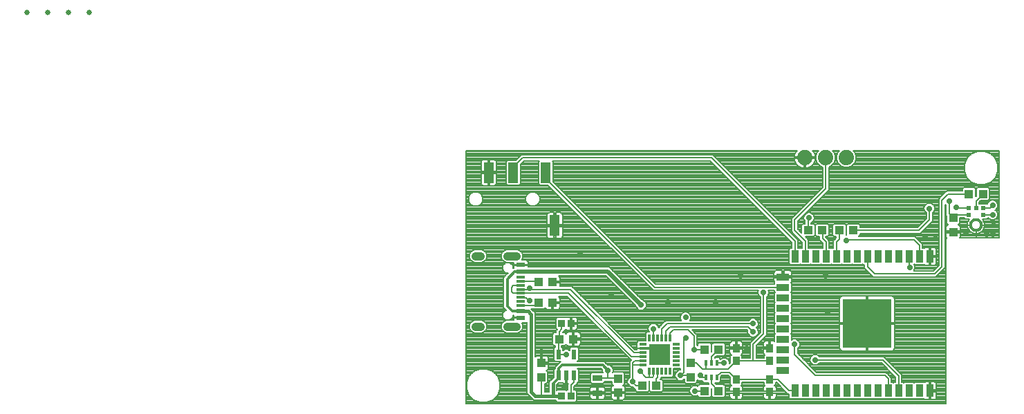
<source format=gtl>
G75*
%MOIN*%
%OFA0B0*%
%FSLAX25Y25*%
%IPPOS*%
%LPD*%
%AMOC8*
5,1,8,0,0,1.08239X$1,22.5*
%
%ADD10R,0.04331X0.03937*%
%ADD11R,0.03346X0.03543*%
%ADD12R,0.03937X0.04331*%
%ADD13C,0.02500*%
%ADD14R,0.01181X0.02598*%
%ADD15R,0.03543X0.03937*%
%ADD16R,0.03543X0.05906*%
%ADD17R,0.05906X0.03543*%
%ADD18R,0.23622X0.23622*%
%ADD19R,0.02165X0.04724*%
%ADD20R,0.01181X0.03346*%
%ADD21R,0.03346X0.01181*%
%ADD22R,0.10039X0.10039*%
%ADD23R,0.04000X0.01181*%
%ADD24R,0.04000X0.02362*%
%ADD25R,0.04000X0.02165*%
%ADD26C,0.03937*%
%ADD27R,0.04724X0.09843*%
%ADD28R,0.04724X0.03150*%
%ADD29R,0.02362X0.02055*%
%ADD30C,0.01181*%
%ADD31R,0.00787X0.00787*%
%ADD32C,0.07400*%
%ADD33C,0.00800*%
%ADD34C,0.02900*%
%ADD35C,0.01200*%
%ADD36C,0.00700*%
%ADD37C,0.01600*%
%ADD38C,0.02000*%
D10*
X0251654Y0090000D03*
X0258346Y0090000D03*
X0258346Y0100000D03*
X0251654Y0100000D03*
X0261654Y0072500D03*
X0268346Y0072500D03*
X0301654Y0050000D03*
X0308346Y0050000D03*
X0331654Y0047500D03*
X0338346Y0047500D03*
X0338346Y0067500D03*
X0331654Y0067500D03*
X0381654Y0125000D03*
X0388346Y0125000D03*
X0396654Y0125000D03*
X0403346Y0125000D03*
X0459154Y0142500D03*
X0465846Y0142500D03*
D11*
X0267283Y0080000D03*
X0262717Y0080000D03*
X0262717Y0045000D03*
X0267283Y0045000D03*
D12*
X0253000Y0054154D03*
X0253000Y0060846D03*
X0290000Y0053346D03*
X0290000Y0046654D03*
X0325000Y0054154D03*
X0325000Y0060846D03*
X0451500Y0124154D03*
X0451500Y0130846D03*
D13*
X0035000Y0230000D03*
X0025000Y0230000D03*
X0015000Y0230000D03*
X0005000Y0230000D03*
D14*
X0332441Y0061122D03*
X0335000Y0061122D03*
X0337559Y0061122D03*
X0337559Y0053878D03*
X0335000Y0053878D03*
X0332441Y0053878D03*
D15*
X0346929Y0053150D03*
X0346929Y0046850D03*
X0363071Y0046850D03*
X0363071Y0053150D03*
X0363071Y0061850D03*
X0363071Y0068150D03*
X0346929Y0068150D03*
X0346929Y0061850D03*
D16*
X0375315Y0047567D03*
X0380315Y0047567D03*
X0385315Y0047567D03*
X0390315Y0047567D03*
X0395315Y0047567D03*
X0400315Y0047567D03*
X0405315Y0047567D03*
X0410315Y0047567D03*
X0415315Y0047567D03*
X0420315Y0047567D03*
X0425315Y0047567D03*
X0430315Y0047567D03*
X0435315Y0047567D03*
X0440315Y0047567D03*
X0440315Y0112433D03*
X0435315Y0112433D03*
X0430315Y0112433D03*
X0425315Y0112433D03*
X0420315Y0112433D03*
X0415315Y0112433D03*
X0410315Y0112433D03*
X0405315Y0112433D03*
X0400315Y0112433D03*
X0395315Y0112433D03*
X0390315Y0112433D03*
X0385315Y0112433D03*
X0380315Y0112433D03*
X0375315Y0112433D03*
D17*
X0369449Y0102500D03*
X0369449Y0097500D03*
X0369449Y0092500D03*
X0369449Y0087500D03*
X0369449Y0082500D03*
X0369449Y0077500D03*
X0369449Y0072500D03*
X0369449Y0067500D03*
X0369449Y0062500D03*
X0369449Y0057500D03*
D18*
X0410000Y0080000D03*
D19*
X0268740Y0065119D03*
X0261260Y0065119D03*
X0261260Y0054881D03*
X0265000Y0054881D03*
X0268740Y0054881D03*
D20*
X0305079Y0056929D03*
X0307047Y0056929D03*
X0309016Y0056929D03*
X0310984Y0056929D03*
X0312953Y0056929D03*
X0314921Y0056929D03*
X0314921Y0073071D03*
X0312953Y0073071D03*
X0310984Y0073071D03*
X0309016Y0073071D03*
X0307047Y0073071D03*
X0305079Y0073071D03*
D21*
X0301929Y0069921D03*
X0301929Y0067953D03*
X0301929Y0065984D03*
X0301929Y0064016D03*
X0301929Y0062047D03*
X0301929Y0060079D03*
X0318071Y0060079D03*
X0318071Y0062047D03*
X0318071Y0064016D03*
X0318071Y0065984D03*
X0318071Y0067953D03*
X0318071Y0069921D03*
D22*
X0310000Y0065000D03*
D23*
X0243106Y0088610D03*
X0243106Y0090579D03*
X0243106Y0092547D03*
X0243106Y0094516D03*
X0243106Y0096484D03*
X0243106Y0098453D03*
X0243106Y0100421D03*
X0243106Y0102390D03*
D24*
X0243106Y0108197D03*
X0243106Y0082803D03*
D25*
X0243106Y0085854D03*
X0243106Y0105146D03*
D26*
X0241064Y0112508D02*
X0241064Y0112508D01*
X0236732Y0112508D01*
X0236732Y0112508D01*
X0241064Y0112508D01*
X0223622Y0112508D02*
X0223622Y0112508D01*
X0221260Y0112508D01*
X0221260Y0112508D01*
X0223622Y0112508D01*
X0223622Y0078492D02*
X0223622Y0078492D01*
X0221260Y0078492D01*
X0221260Y0078492D01*
X0223622Y0078492D01*
X0241064Y0078492D02*
X0241064Y0078492D01*
X0236732Y0078492D01*
X0236732Y0078492D01*
X0241064Y0078492D01*
D27*
X0259488Y0127205D03*
X0255157Y0152795D03*
X0239409Y0152795D03*
X0227598Y0152795D03*
D28*
X0280000Y0053543D03*
X0280000Y0046457D03*
D29*
X0458957Y0132429D03*
X0458957Y0135665D03*
X0462500Y0135665D03*
X0466043Y0135665D03*
X0466043Y0132429D03*
D30*
X0459894Y0127500D02*
X0459896Y0127602D01*
X0459902Y0127703D01*
X0459912Y0127804D01*
X0459926Y0127905D01*
X0459943Y0128005D01*
X0459965Y0128105D01*
X0459991Y0128203D01*
X0460020Y0128300D01*
X0460053Y0128397D01*
X0460090Y0128491D01*
X0460130Y0128585D01*
X0460175Y0128676D01*
X0460222Y0128766D01*
X0460273Y0128854D01*
X0460328Y0128940D01*
X0460386Y0129024D01*
X0460447Y0129105D01*
X0460511Y0129184D01*
X0460578Y0129260D01*
X0460648Y0129334D01*
X0460721Y0129405D01*
X0460797Y0129473D01*
X0460875Y0129537D01*
X0460956Y0129599D01*
X0461039Y0129658D01*
X0461124Y0129713D01*
X0461212Y0129765D01*
X0461301Y0129814D01*
X0461392Y0129859D01*
X0461485Y0129900D01*
X0461580Y0129938D01*
X0461675Y0129972D01*
X0461772Y0130002D01*
X0461871Y0130029D01*
X0461970Y0130051D01*
X0462070Y0130070D01*
X0462170Y0130085D01*
X0462271Y0130096D01*
X0462373Y0130103D01*
X0462475Y0130106D01*
X0462576Y0130105D01*
X0462678Y0130100D01*
X0462779Y0130091D01*
X0462880Y0130078D01*
X0462980Y0130061D01*
X0463080Y0130041D01*
X0463179Y0130016D01*
X0463276Y0129988D01*
X0463373Y0129956D01*
X0463468Y0129920D01*
X0463562Y0129880D01*
X0463654Y0129837D01*
X0463744Y0129790D01*
X0463832Y0129740D01*
X0463919Y0129686D01*
X0464003Y0129629D01*
X0464085Y0129569D01*
X0464164Y0129505D01*
X0464241Y0129439D01*
X0464316Y0129369D01*
X0464387Y0129297D01*
X0464456Y0129222D01*
X0464522Y0129145D01*
X0464584Y0129064D01*
X0464644Y0128982D01*
X0464700Y0128897D01*
X0464753Y0128810D01*
X0464802Y0128721D01*
X0464848Y0128631D01*
X0464890Y0128538D01*
X0464929Y0128444D01*
X0464964Y0128349D01*
X0464995Y0128252D01*
X0465023Y0128154D01*
X0465046Y0128055D01*
X0465066Y0127955D01*
X0465082Y0127855D01*
X0465094Y0127754D01*
X0465102Y0127652D01*
X0465106Y0127551D01*
X0465106Y0127449D01*
X0465102Y0127348D01*
X0465094Y0127246D01*
X0465082Y0127145D01*
X0465066Y0127045D01*
X0465046Y0126945D01*
X0465023Y0126846D01*
X0464995Y0126748D01*
X0464964Y0126651D01*
X0464929Y0126556D01*
X0464890Y0126462D01*
X0464848Y0126369D01*
X0464802Y0126279D01*
X0464753Y0126190D01*
X0464700Y0126103D01*
X0464644Y0126018D01*
X0464584Y0125936D01*
X0464522Y0125855D01*
X0464456Y0125778D01*
X0464387Y0125703D01*
X0464316Y0125631D01*
X0464241Y0125561D01*
X0464164Y0125495D01*
X0464085Y0125431D01*
X0464003Y0125371D01*
X0463919Y0125314D01*
X0463832Y0125260D01*
X0463744Y0125210D01*
X0463654Y0125163D01*
X0463562Y0125120D01*
X0463468Y0125080D01*
X0463373Y0125044D01*
X0463276Y0125012D01*
X0463179Y0124984D01*
X0463080Y0124959D01*
X0462980Y0124939D01*
X0462880Y0124922D01*
X0462779Y0124909D01*
X0462678Y0124900D01*
X0462576Y0124895D01*
X0462475Y0124894D01*
X0462373Y0124897D01*
X0462271Y0124904D01*
X0462170Y0124915D01*
X0462070Y0124930D01*
X0461970Y0124949D01*
X0461871Y0124971D01*
X0461772Y0124998D01*
X0461675Y0125028D01*
X0461580Y0125062D01*
X0461485Y0125100D01*
X0461392Y0125141D01*
X0461301Y0125186D01*
X0461212Y0125235D01*
X0461124Y0125287D01*
X0461039Y0125342D01*
X0460956Y0125401D01*
X0460875Y0125463D01*
X0460797Y0125527D01*
X0460721Y0125595D01*
X0460648Y0125666D01*
X0460578Y0125740D01*
X0460511Y0125816D01*
X0460447Y0125895D01*
X0460386Y0125976D01*
X0460328Y0126060D01*
X0460273Y0126146D01*
X0460222Y0126234D01*
X0460175Y0126324D01*
X0460130Y0126415D01*
X0460090Y0126509D01*
X0460053Y0126603D01*
X0460020Y0126700D01*
X0459991Y0126797D01*
X0459965Y0126895D01*
X0459943Y0126995D01*
X0459926Y0127095D01*
X0459912Y0127196D01*
X0459902Y0127297D01*
X0459896Y0127398D01*
X0459894Y0127500D01*
D31*
X0460000Y0127492D03*
X0462437Y0129929D03*
X0464937Y0127492D03*
X0462500Y0124992D03*
D32*
X0400000Y0160000D03*
X0390000Y0160000D03*
X0380000Y0160000D03*
D33*
X0216500Y0163500D02*
X0216500Y0041500D01*
X0448000Y0041500D01*
X0448000Y0120621D01*
X0448459Y0121081D01*
X0448411Y0121129D01*
X0448227Y0121448D01*
X0448131Y0121804D01*
X0448131Y0123754D01*
X0451100Y0123754D01*
X0451100Y0124554D01*
X0448131Y0124554D01*
X0448131Y0126503D01*
X0448227Y0126859D01*
X0448411Y0127179D01*
X0448672Y0127439D01*
X0448991Y0127623D01*
X0449025Y0127632D01*
X0448431Y0128225D01*
X0448431Y0131794D01*
X0448000Y0132225D01*
X0448000Y0136894D01*
X0447500Y0137394D01*
X0447500Y0106879D01*
X0446621Y0106000D01*
X0443121Y0102500D01*
X0412879Y0102500D01*
X0412000Y0103379D01*
X0408815Y0106564D01*
X0408815Y0108380D01*
X0408088Y0108380D01*
X0407815Y0108653D01*
X0407542Y0108380D01*
X0403088Y0108380D01*
X0402815Y0108653D01*
X0402542Y0108380D01*
X0398088Y0108380D01*
X0397815Y0108653D01*
X0397542Y0108380D01*
X0393088Y0108380D01*
X0392815Y0108653D01*
X0392542Y0108380D01*
X0388088Y0108380D01*
X0387815Y0108653D01*
X0387542Y0108380D01*
X0383088Y0108380D01*
X0382815Y0108653D01*
X0382542Y0108380D01*
X0378088Y0108380D01*
X0377815Y0108653D01*
X0377542Y0108380D01*
X0373088Y0108380D01*
X0372443Y0109025D01*
X0372443Y0115841D01*
X0373088Y0116486D01*
X0373815Y0116486D01*
X0373815Y0119064D01*
X0334379Y0158500D01*
X0258292Y0158500D01*
X0258620Y0158172D01*
X0258620Y0148502D01*
X0308121Y0099000D01*
X0365396Y0099000D01*
X0365396Y0099727D01*
X0365457Y0099788D01*
X0365376Y0099869D01*
X0365191Y0100188D01*
X0365096Y0100544D01*
X0365096Y0102100D01*
X0369049Y0102100D01*
X0369049Y0102900D01*
X0369049Y0105672D01*
X0366312Y0105672D01*
X0365956Y0105576D01*
X0365636Y0105392D01*
X0365376Y0105131D01*
X0365191Y0104812D01*
X0365096Y0104456D01*
X0365096Y0102900D01*
X0369049Y0102900D01*
X0369849Y0102900D01*
X0373802Y0102900D01*
X0373802Y0104456D01*
X0373706Y0104812D01*
X0373522Y0105131D01*
X0373261Y0105392D01*
X0372942Y0105576D01*
X0372586Y0105672D01*
X0369849Y0105672D01*
X0369849Y0102900D01*
X0369849Y0102100D01*
X0373802Y0102100D01*
X0373802Y0100544D01*
X0373706Y0100188D01*
X0373522Y0099869D01*
X0373441Y0099788D01*
X0373502Y0099727D01*
X0373502Y0095273D01*
X0373229Y0095000D01*
X0373502Y0094727D01*
X0373502Y0090273D01*
X0373229Y0090000D01*
X0373502Y0089727D01*
X0373502Y0085273D01*
X0373229Y0085000D01*
X0373502Y0084727D01*
X0373502Y0080273D01*
X0373229Y0080000D01*
X0373502Y0079727D01*
X0373502Y0075273D01*
X0373229Y0075000D01*
X0373502Y0074727D01*
X0373502Y0072108D01*
X0373556Y0072162D01*
X0374493Y0072550D01*
X0375507Y0072550D01*
X0376444Y0072162D01*
X0377162Y0071444D01*
X0377550Y0070507D01*
X0377550Y0069493D01*
X0377162Y0068556D01*
X0376500Y0067894D01*
X0376500Y0065621D01*
X0385621Y0056500D01*
X0419121Y0056500D01*
X0420000Y0055621D01*
X0421815Y0053806D01*
X0421815Y0051620D01*
X0422542Y0051620D01*
X0422815Y0051347D01*
X0423088Y0051620D01*
X0423815Y0051620D01*
X0423815Y0054064D01*
X0416879Y0061000D01*
X0387106Y0061000D01*
X0386444Y0060338D01*
X0385507Y0059950D01*
X0384493Y0059950D01*
X0383556Y0060338D01*
X0382838Y0061056D01*
X0382450Y0061993D01*
X0382450Y0063007D01*
X0382838Y0063944D01*
X0383556Y0064662D01*
X0384493Y0065050D01*
X0385507Y0065050D01*
X0386444Y0064662D01*
X0387106Y0064000D01*
X0418121Y0064000D01*
X0426815Y0055306D01*
X0426815Y0051620D01*
X0427542Y0051620D01*
X0427815Y0051347D01*
X0428088Y0051620D01*
X0432542Y0051620D01*
X0432815Y0051347D01*
X0433088Y0051620D01*
X0437542Y0051620D01*
X0437603Y0051559D01*
X0437684Y0051640D01*
X0438003Y0051824D01*
X0438359Y0051920D01*
X0439915Y0051920D01*
X0439915Y0047967D01*
X0440715Y0047967D01*
X0440715Y0051920D01*
X0442271Y0051920D01*
X0442627Y0051824D01*
X0442946Y0051640D01*
X0443207Y0051379D01*
X0443391Y0051060D01*
X0443487Y0050704D01*
X0443487Y0047967D01*
X0440715Y0047967D01*
X0440715Y0047167D01*
X0443487Y0047167D01*
X0443487Y0044430D01*
X0443391Y0044074D01*
X0443207Y0043755D01*
X0442946Y0043494D01*
X0442627Y0043310D01*
X0442271Y0043214D01*
X0440715Y0043214D01*
X0440715Y0047167D01*
X0439915Y0047167D01*
X0439915Y0043214D01*
X0438359Y0043214D01*
X0438003Y0043310D01*
X0437684Y0043494D01*
X0437603Y0043575D01*
X0437542Y0043514D01*
X0433088Y0043514D01*
X0432815Y0043787D01*
X0432542Y0043514D01*
X0428088Y0043514D01*
X0427815Y0043787D01*
X0427542Y0043514D01*
X0423088Y0043514D01*
X0422815Y0043787D01*
X0422542Y0043514D01*
X0418088Y0043514D01*
X0417815Y0043787D01*
X0417542Y0043514D01*
X0413088Y0043514D01*
X0412815Y0043787D01*
X0412542Y0043514D01*
X0408088Y0043514D01*
X0407815Y0043787D01*
X0407542Y0043514D01*
X0403088Y0043514D01*
X0402815Y0043787D01*
X0402542Y0043514D01*
X0398088Y0043514D01*
X0397815Y0043787D01*
X0397542Y0043514D01*
X0393088Y0043514D01*
X0392815Y0043787D01*
X0392542Y0043514D01*
X0388088Y0043514D01*
X0387815Y0043787D01*
X0387542Y0043514D01*
X0383088Y0043514D01*
X0382815Y0043787D01*
X0382542Y0043514D01*
X0378088Y0043514D01*
X0377815Y0043787D01*
X0377542Y0043514D01*
X0373088Y0043514D01*
X0372443Y0044159D01*
X0372443Y0046067D01*
X0371812Y0046067D01*
X0366229Y0051650D01*
X0365943Y0051650D01*
X0365943Y0050725D01*
X0365349Y0050132D01*
X0365383Y0050123D01*
X0365702Y0049939D01*
X0365963Y0049679D01*
X0366147Y0049359D01*
X0366243Y0049003D01*
X0366243Y0047250D01*
X0363471Y0047250D01*
X0363471Y0046450D01*
X0363471Y0043482D01*
X0365027Y0043482D01*
X0365383Y0043577D01*
X0365702Y0043762D01*
X0365963Y0044022D01*
X0366147Y0044341D01*
X0366243Y0044698D01*
X0366243Y0046450D01*
X0363471Y0046450D01*
X0362671Y0046450D01*
X0362671Y0043482D01*
X0361115Y0043482D01*
X0360759Y0043577D01*
X0360440Y0043762D01*
X0360179Y0044022D01*
X0359995Y0044341D01*
X0359899Y0044698D01*
X0359899Y0046450D01*
X0362671Y0046450D01*
X0362671Y0047250D01*
X0359899Y0047250D01*
X0359899Y0049003D01*
X0359995Y0049359D01*
X0360179Y0049679D01*
X0360440Y0049939D01*
X0360759Y0050123D01*
X0360792Y0050132D01*
X0360199Y0050725D01*
X0360199Y0051650D01*
X0349801Y0051650D01*
X0349801Y0050725D01*
X0349208Y0050132D01*
X0349241Y0050123D01*
X0349560Y0049939D01*
X0349821Y0049679D01*
X0350005Y0049359D01*
X0350101Y0049003D01*
X0350101Y0047250D01*
X0347329Y0047250D01*
X0347329Y0046450D01*
X0347329Y0043482D01*
X0348885Y0043482D01*
X0349241Y0043577D01*
X0349560Y0043762D01*
X0349821Y0044022D01*
X0350005Y0044341D01*
X0350101Y0044698D01*
X0350101Y0046450D01*
X0347329Y0046450D01*
X0346529Y0046450D01*
X0346529Y0043482D01*
X0344973Y0043482D01*
X0344617Y0043577D01*
X0344298Y0043762D01*
X0344037Y0044022D01*
X0343853Y0044341D01*
X0343757Y0044698D01*
X0343757Y0046450D01*
X0346529Y0046450D01*
X0346529Y0047250D01*
X0343757Y0047250D01*
X0343757Y0049003D01*
X0343853Y0049359D01*
X0344037Y0049679D01*
X0344298Y0049939D01*
X0344617Y0050123D01*
X0344651Y0050132D01*
X0344057Y0050725D01*
X0344057Y0053900D01*
X0342957Y0055000D01*
X0340121Y0055000D01*
X0339250Y0054128D01*
X0339250Y0052123D01*
X0338605Y0051479D01*
X0336513Y0051479D01*
X0336500Y0051492D01*
X0336500Y0051468D01*
X0337399Y0050568D01*
X0340967Y0050568D01*
X0341612Y0049924D01*
X0341612Y0045076D01*
X0340967Y0044431D01*
X0335725Y0044431D01*
X0335081Y0045076D01*
X0335081Y0048644D01*
X0334919Y0048806D01*
X0334919Y0045076D01*
X0334275Y0044431D01*
X0329033Y0044431D01*
X0328388Y0045076D01*
X0328388Y0045315D01*
X0327507Y0044950D01*
X0326493Y0044950D01*
X0325556Y0045338D01*
X0324838Y0046056D01*
X0324450Y0046993D01*
X0324450Y0048007D01*
X0324838Y0048944D01*
X0325556Y0049662D01*
X0326493Y0050050D01*
X0327507Y0050050D01*
X0328388Y0049685D01*
X0328388Y0049924D01*
X0329033Y0050568D01*
X0333500Y0050568D01*
X0333500Y0051492D01*
X0333487Y0051479D01*
X0331395Y0051479D01*
X0330750Y0052123D01*
X0330750Y0052378D01*
X0330001Y0052378D01*
X0329929Y0052450D01*
X0328993Y0052450D01*
X0328068Y0052833D01*
X0328068Y0051533D01*
X0327424Y0050888D01*
X0322576Y0050888D01*
X0321931Y0051533D01*
X0321931Y0053325D01*
X0321444Y0052838D01*
X0320507Y0052450D01*
X0319493Y0052450D01*
X0318556Y0052838D01*
X0317838Y0053556D01*
X0317450Y0054493D01*
X0317450Y0055507D01*
X0317838Y0056444D01*
X0318556Y0057162D01*
X0319493Y0057550D01*
X0320000Y0057550D01*
X0320000Y0058388D01*
X0316612Y0058388D01*
X0316612Y0054800D01*
X0315967Y0054156D01*
X0310516Y0054156D01*
X0310516Y0053394D01*
X0310190Y0053068D01*
X0310967Y0053068D01*
X0311612Y0052424D01*
X0311612Y0047576D01*
X0310967Y0046931D01*
X0305725Y0046931D01*
X0305081Y0047576D01*
X0305081Y0052424D01*
X0305157Y0052500D01*
X0304843Y0052500D01*
X0304919Y0052424D01*
X0304919Y0047576D01*
X0304275Y0046931D01*
X0299033Y0046931D01*
X0298388Y0047576D01*
X0298388Y0048500D01*
X0297879Y0048500D01*
X0297000Y0049379D01*
X0296929Y0049450D01*
X0296493Y0049450D01*
X0295556Y0049838D01*
X0294838Y0050556D01*
X0294450Y0051493D01*
X0294450Y0052507D01*
X0294838Y0053444D01*
X0295500Y0054106D01*
X0295500Y0061586D01*
X0296379Y0062464D01*
X0296430Y0062516D01*
X0295863Y0062516D01*
X0265363Y0093016D01*
X0261444Y0093016D01*
X0261632Y0092828D01*
X0261816Y0092509D01*
X0261912Y0092153D01*
X0261912Y0090400D01*
X0258746Y0090400D01*
X0258746Y0089600D01*
X0258746Y0086631D01*
X0260696Y0086631D01*
X0261052Y0086727D01*
X0261371Y0086911D01*
X0261632Y0087172D01*
X0261816Y0087491D01*
X0261912Y0087847D01*
X0261912Y0089600D01*
X0258746Y0089600D01*
X0257946Y0089600D01*
X0257946Y0086631D01*
X0255997Y0086631D01*
X0255641Y0086727D01*
X0255321Y0086911D01*
X0255061Y0087172D01*
X0254877Y0087491D01*
X0254868Y0087525D01*
X0254275Y0086931D01*
X0249033Y0086931D01*
X0248854Y0087110D01*
X0248077Y0087110D01*
X0248787Y0086400D01*
X0249900Y0085287D01*
X0249900Y0063852D01*
X0249911Y0063871D01*
X0250172Y0064132D01*
X0250491Y0064316D01*
X0250847Y0064412D01*
X0252600Y0064412D01*
X0252600Y0061246D01*
X0253400Y0061246D01*
X0256368Y0061246D01*
X0256368Y0063196D01*
X0256273Y0063552D01*
X0256089Y0063871D01*
X0255828Y0064132D01*
X0255509Y0064316D01*
X0255153Y0064412D01*
X0253400Y0064412D01*
X0253400Y0061246D01*
X0253400Y0060446D01*
X0256368Y0060446D01*
X0256368Y0058497D01*
X0256273Y0058141D01*
X0256089Y0057821D01*
X0255828Y0057561D01*
X0255509Y0057377D01*
X0255475Y0057368D01*
X0256068Y0056775D01*
X0256068Y0051533D01*
X0255424Y0050888D01*
X0254500Y0050888D01*
X0254500Y0046900D01*
X0256600Y0046900D01*
X0256600Y0051787D01*
X0257713Y0052900D01*
X0257996Y0052900D01*
X0259077Y0053981D01*
X0259077Y0057699D01*
X0259560Y0058182D01*
X0259560Y0058964D01*
X0262252Y0061656D01*
X0259722Y0061656D01*
X0259077Y0062301D01*
X0259077Y0067936D01*
X0259722Y0068581D01*
X0259760Y0068581D01*
X0259760Y0069431D01*
X0259033Y0069431D01*
X0258388Y0070076D01*
X0258388Y0074924D01*
X0259033Y0075568D01*
X0260154Y0075568D01*
X0260154Y0076775D01*
X0260547Y0077169D01*
X0259943Y0077773D01*
X0259943Y0082227D01*
X0260588Y0082872D01*
X0264730Y0082872D01*
X0264751Y0082892D01*
X0265070Y0083076D01*
X0265426Y0083172D01*
X0266883Y0083172D01*
X0266883Y0080400D01*
X0267683Y0080400D01*
X0267683Y0083172D01*
X0269141Y0083172D01*
X0269497Y0083076D01*
X0269816Y0082892D01*
X0270077Y0082631D01*
X0270261Y0082312D01*
X0270357Y0081956D01*
X0270357Y0080400D01*
X0267684Y0080400D01*
X0267684Y0079600D01*
X0270357Y0079600D01*
X0270357Y0078044D01*
X0270261Y0077688D01*
X0270077Y0077369D01*
X0269816Y0077108D01*
X0269497Y0076924D01*
X0269141Y0076828D01*
X0267683Y0076828D01*
X0267683Y0079600D01*
X0266883Y0079600D01*
X0266883Y0076828D01*
X0265426Y0076828D01*
X0265070Y0076924D01*
X0264751Y0077108D01*
X0264730Y0077128D01*
X0264217Y0077128D01*
X0264217Y0076595D01*
X0263190Y0075568D01*
X0264275Y0075568D01*
X0264868Y0074975D01*
X0264877Y0075009D01*
X0265061Y0075328D01*
X0265321Y0075589D01*
X0265641Y0075773D01*
X0265997Y0075868D01*
X0267946Y0075868D01*
X0267946Y0072900D01*
X0268746Y0072900D01*
X0268746Y0075868D01*
X0270696Y0075868D01*
X0271052Y0075773D01*
X0271371Y0075589D01*
X0271632Y0075328D01*
X0271816Y0075009D01*
X0271912Y0074653D01*
X0271912Y0072900D01*
X0268746Y0072900D01*
X0268746Y0072100D01*
X0268746Y0069131D01*
X0270696Y0069131D01*
X0271052Y0069227D01*
X0271371Y0069411D01*
X0271632Y0069672D01*
X0271816Y0069991D01*
X0271912Y0070347D01*
X0271912Y0072100D01*
X0268746Y0072100D01*
X0267946Y0072100D01*
X0267946Y0069131D01*
X0265997Y0069131D01*
X0265641Y0069227D01*
X0265321Y0069411D01*
X0265061Y0069672D01*
X0264877Y0069991D01*
X0264868Y0070025D01*
X0264275Y0069431D01*
X0262760Y0069431D01*
X0262760Y0068581D01*
X0262798Y0068581D01*
X0263443Y0067936D01*
X0263443Y0067049D01*
X0263556Y0067162D01*
X0264493Y0067550D01*
X0265507Y0067550D01*
X0266444Y0067162D01*
X0266557Y0067049D01*
X0266557Y0067936D01*
X0267202Y0068581D01*
X0270278Y0068581D01*
X0270923Y0067936D01*
X0270923Y0062301D01*
X0270322Y0061700D01*
X0283204Y0061700D01*
X0284200Y0060704D01*
X0284854Y0060050D01*
X0285507Y0060050D01*
X0286444Y0059662D01*
X0287162Y0058944D01*
X0287550Y0058007D01*
X0287550Y0056993D01*
X0287262Y0056298D01*
X0287576Y0056612D01*
X0292424Y0056612D01*
X0293068Y0055967D01*
X0293068Y0050725D01*
X0292475Y0050132D01*
X0292509Y0050123D01*
X0292828Y0049939D01*
X0293089Y0049679D01*
X0293273Y0049359D01*
X0293368Y0049003D01*
X0293368Y0047054D01*
X0290400Y0047054D01*
X0290400Y0046254D01*
X0293368Y0046254D01*
X0293368Y0044304D01*
X0293273Y0043948D01*
X0293089Y0043629D01*
X0292828Y0043368D01*
X0292509Y0043184D01*
X0292153Y0043088D01*
X0290400Y0043088D01*
X0290400Y0046253D01*
X0289600Y0046253D01*
X0289600Y0043088D01*
X0287847Y0043088D01*
X0287491Y0043184D01*
X0287172Y0043368D01*
X0286911Y0043629D01*
X0286727Y0043948D01*
X0286631Y0044304D01*
X0286631Y0046254D01*
X0289600Y0046254D01*
X0289600Y0047054D01*
X0286631Y0047054D01*
X0286631Y0049003D01*
X0286727Y0049359D01*
X0286911Y0049679D01*
X0287172Y0049939D01*
X0287491Y0050123D01*
X0287525Y0050132D01*
X0286931Y0050725D01*
X0286931Y0052043D01*
X0283462Y0052043D01*
X0283462Y0051513D01*
X0282818Y0050869D01*
X0277182Y0050869D01*
X0276538Y0051513D01*
X0276538Y0055574D01*
X0277182Y0056218D01*
X0282771Y0056218D01*
X0282450Y0056993D01*
X0282450Y0057646D01*
X0281796Y0058300D01*
X0270322Y0058300D01*
X0270923Y0057699D01*
X0270923Y0052064D01*
X0270278Y0051419D01*
X0270240Y0051419D01*
X0270240Y0051119D01*
X0268783Y0049662D01*
X0268783Y0047872D01*
X0269412Y0047872D01*
X0270057Y0047227D01*
X0270057Y0042773D01*
X0269412Y0042128D01*
X0265155Y0042128D01*
X0265000Y0042283D01*
X0264845Y0042128D01*
X0260588Y0042128D01*
X0259943Y0042773D01*
X0259943Y0043100D01*
X0249213Y0043100D01*
X0248100Y0044213D01*
X0246100Y0046213D01*
X0246100Y0080636D01*
X0245966Y0080502D01*
X0245647Y0080317D01*
X0245291Y0080222D01*
X0243668Y0080222D01*
X0244131Y0079102D01*
X0244131Y0077882D01*
X0243664Y0076754D01*
X0242801Y0075891D01*
X0241673Y0075424D01*
X0236122Y0075424D01*
X0234994Y0075891D01*
X0234131Y0076754D01*
X0233664Y0077882D01*
X0233664Y0079102D01*
X0234131Y0080230D01*
X0234994Y0081093D01*
X0236122Y0081561D01*
X0239706Y0081561D01*
X0239706Y0082613D01*
X0242916Y0082613D01*
X0242916Y0082994D01*
X0239706Y0082994D01*
X0239706Y0084154D01*
X0239191Y0084154D01*
X0239191Y0083136D01*
X0237797Y0081743D01*
X0235825Y0081743D01*
X0234431Y0083136D01*
X0234431Y0085108D01*
X0235825Y0086502D01*
X0236094Y0086502D01*
X0234800Y0087796D01*
X0234800Y0102204D01*
X0235796Y0103200D01*
X0237094Y0104498D01*
X0235825Y0104498D01*
X0234431Y0105892D01*
X0234431Y0107864D01*
X0235825Y0109257D01*
X0237797Y0109257D01*
X0239191Y0107864D01*
X0239191Y0106595D01*
X0239296Y0106700D01*
X0239742Y0106700D01*
X0239706Y0106831D01*
X0239706Y0108006D01*
X0242916Y0108006D01*
X0242916Y0108387D01*
X0239706Y0108387D01*
X0239706Y0109439D01*
X0236122Y0109439D01*
X0234994Y0109907D01*
X0234131Y0110770D01*
X0233664Y0111898D01*
X0233664Y0113118D01*
X0234131Y0114246D01*
X0234994Y0115109D01*
X0236122Y0115576D01*
X0241673Y0115576D01*
X0242801Y0115109D01*
X0243664Y0114246D01*
X0244131Y0113118D01*
X0244131Y0111898D01*
X0243668Y0110778D01*
X0245291Y0110778D01*
X0245647Y0110683D01*
X0245966Y0110498D01*
X0246227Y0110238D01*
X0246411Y0109918D01*
X0246506Y0109562D01*
X0246506Y0108387D01*
X0243297Y0108387D01*
X0243297Y0108006D01*
X0246506Y0108006D01*
X0246506Y0107246D01*
X0285724Y0107246D01*
X0301420Y0091550D01*
X0301507Y0091550D01*
X0302444Y0091162D01*
X0303162Y0090444D01*
X0303550Y0089507D01*
X0303550Y0088493D01*
X0303162Y0087556D01*
X0302444Y0086838D01*
X0301507Y0086450D01*
X0300493Y0086450D01*
X0299556Y0086838D01*
X0298838Y0087556D01*
X0298450Y0088493D01*
X0298450Y0088580D01*
X0283984Y0103046D01*
X0261415Y0103046D01*
X0261632Y0102828D01*
X0261816Y0102509D01*
X0261912Y0102153D01*
X0261912Y0100400D01*
X0258746Y0100400D01*
X0258746Y0099600D01*
X0261912Y0099600D01*
X0261912Y0097984D01*
X0267637Y0097984D01*
X0298137Y0067484D01*
X0298856Y0067484D01*
X0298856Y0067953D01*
X0301929Y0067953D01*
X0301929Y0067953D01*
X0298856Y0067953D01*
X0298856Y0068728D01*
X0298951Y0069084D01*
X0299136Y0069403D01*
X0299156Y0069423D01*
X0299156Y0070967D01*
X0299800Y0071612D01*
X0303388Y0071612D01*
X0303388Y0075200D01*
X0304033Y0075844D01*
X0305050Y0075844D01*
X0304838Y0076056D01*
X0304450Y0076993D01*
X0304450Y0078007D01*
X0304838Y0078944D01*
X0305556Y0079662D01*
X0306493Y0080050D01*
X0307507Y0080050D01*
X0308444Y0079662D01*
X0309162Y0078944D01*
X0309502Y0078123D01*
X0310379Y0079000D01*
X0312000Y0080621D01*
X0312879Y0081500D01*
X0320394Y0081500D01*
X0320338Y0081556D01*
X0319950Y0082493D01*
X0319950Y0083507D01*
X0320338Y0084444D01*
X0321056Y0085162D01*
X0321993Y0085550D01*
X0323007Y0085550D01*
X0323944Y0085162D01*
X0324662Y0084444D01*
X0325050Y0083507D01*
X0325050Y0082493D01*
X0324662Y0081556D01*
X0324606Y0081500D01*
X0352894Y0081500D01*
X0353556Y0082162D01*
X0354493Y0082550D01*
X0355507Y0082550D01*
X0356444Y0082162D01*
X0357162Y0081444D01*
X0357550Y0080507D01*
X0357550Y0079493D01*
X0357162Y0078556D01*
X0356606Y0078000D01*
X0357162Y0077444D01*
X0357550Y0076507D01*
X0357550Y0075493D01*
X0357162Y0074556D01*
X0356444Y0073838D01*
X0355507Y0073450D01*
X0354493Y0073450D01*
X0353556Y0073838D01*
X0352838Y0074556D01*
X0352450Y0075493D01*
X0352450Y0076507D01*
X0352463Y0076538D01*
X0352000Y0077000D01*
X0325621Y0077000D01*
X0327121Y0075500D01*
X0328000Y0074621D01*
X0328000Y0069606D01*
X0328388Y0069218D01*
X0328388Y0069924D01*
X0329033Y0070568D01*
X0334275Y0070568D01*
X0334919Y0069924D01*
X0334919Y0066194D01*
X0335081Y0066356D01*
X0335081Y0069924D01*
X0335725Y0070568D01*
X0340967Y0070568D01*
X0341612Y0069924D01*
X0341612Y0065076D01*
X0340967Y0064431D01*
X0337399Y0064431D01*
X0336500Y0063532D01*
X0336500Y0063508D01*
X0336513Y0063521D01*
X0338605Y0063521D01*
X0339250Y0062877D01*
X0339250Y0062634D01*
X0339667Y0063051D01*
X0340604Y0063439D01*
X0341618Y0063439D01*
X0342555Y0063051D01*
X0343273Y0062333D01*
X0343661Y0061396D01*
X0343661Y0060704D01*
X0344057Y0061100D01*
X0344057Y0064275D01*
X0344651Y0064868D01*
X0344617Y0064877D01*
X0344298Y0065061D01*
X0344037Y0065321D01*
X0343853Y0065641D01*
X0343757Y0065997D01*
X0343757Y0067750D01*
X0346529Y0067750D01*
X0346529Y0068550D01*
X0346529Y0071518D01*
X0344973Y0071518D01*
X0344617Y0071423D01*
X0344298Y0071238D01*
X0344037Y0070978D01*
X0343853Y0070658D01*
X0343757Y0070302D01*
X0343757Y0068550D01*
X0346529Y0068550D01*
X0347329Y0068550D01*
X0347329Y0071518D01*
X0348885Y0071518D01*
X0349241Y0071423D01*
X0349560Y0071238D01*
X0349821Y0070978D01*
X0350005Y0070658D01*
X0350101Y0070302D01*
X0350101Y0068550D01*
X0347329Y0068550D01*
X0347329Y0067750D01*
X0350101Y0067750D01*
X0350101Y0065997D01*
X0350005Y0065641D01*
X0349821Y0065321D01*
X0349560Y0065061D01*
X0349241Y0064877D01*
X0349208Y0064868D01*
X0349801Y0064275D01*
X0349801Y0063350D01*
X0353500Y0063350D01*
X0353500Y0070621D01*
X0358500Y0075621D01*
X0358500Y0092844D01*
X0357838Y0093506D01*
X0357450Y0094443D01*
X0357450Y0095457D01*
X0357675Y0096000D01*
X0306879Y0096000D01*
X0256105Y0146774D01*
X0252340Y0146774D01*
X0251695Y0147418D01*
X0251695Y0158172D01*
X0252023Y0158500D01*
X0244621Y0158500D01*
X0242872Y0156750D01*
X0242872Y0147418D01*
X0242227Y0146774D01*
X0236592Y0146774D01*
X0235947Y0147418D01*
X0235947Y0158172D01*
X0236592Y0158817D01*
X0240695Y0158817D01*
X0242500Y0160621D01*
X0243379Y0161500D01*
X0335621Y0161500D01*
X0376815Y0120306D01*
X0376815Y0116486D01*
X0377542Y0116486D01*
X0377815Y0116213D01*
X0378088Y0116486D01*
X0378815Y0116486D01*
X0378815Y0119064D01*
X0374379Y0123500D01*
X0373500Y0124379D01*
X0373500Y0130621D01*
X0388500Y0145621D01*
X0388500Y0155426D01*
X0387281Y0155931D01*
X0385931Y0157281D01*
X0385200Y0159045D01*
X0385200Y0160955D01*
X0385931Y0162719D01*
X0386712Y0163500D01*
X0383712Y0163500D01*
X0383890Y0163322D01*
X0384362Y0162673D01*
X0384726Y0161958D01*
X0384974Y0161194D01*
X0385100Y0160401D01*
X0385100Y0160400D01*
X0380400Y0160400D01*
X0380400Y0159600D01*
X0385100Y0159600D01*
X0385100Y0159599D01*
X0384974Y0158806D01*
X0384726Y0158042D01*
X0384362Y0157327D01*
X0383890Y0156678D01*
X0383322Y0156110D01*
X0382673Y0155638D01*
X0381958Y0155274D01*
X0381194Y0155026D01*
X0380401Y0154900D01*
X0380400Y0154900D01*
X0380400Y0159600D01*
X0379600Y0159600D01*
X0379600Y0154900D01*
X0379599Y0154900D01*
X0378806Y0155026D01*
X0378042Y0155274D01*
X0377327Y0155638D01*
X0376678Y0156110D01*
X0376110Y0156678D01*
X0375638Y0157327D01*
X0375274Y0158042D01*
X0375026Y0158806D01*
X0374900Y0159599D01*
X0374900Y0159600D01*
X0379600Y0159600D01*
X0379600Y0160400D01*
X0374900Y0160400D01*
X0374900Y0160401D01*
X0375026Y0161194D01*
X0375274Y0161958D01*
X0375638Y0162673D01*
X0376110Y0163322D01*
X0376288Y0163500D01*
X0216500Y0163500D01*
X0216500Y0162971D02*
X0375854Y0162971D01*
X0375383Y0162172D02*
X0216500Y0162172D01*
X0216500Y0161374D02*
X0243252Y0161374D01*
X0242454Y0160575D02*
X0216500Y0160575D01*
X0216500Y0159777D02*
X0241655Y0159777D01*
X0240857Y0158978D02*
X0230575Y0158978D01*
X0230501Y0159021D02*
X0230145Y0159117D01*
X0227998Y0159117D01*
X0227998Y0153195D01*
X0227198Y0153195D01*
X0227198Y0152395D01*
X0223836Y0152395D01*
X0223836Y0147690D01*
X0223932Y0147334D01*
X0224116Y0147014D01*
X0224377Y0146754D01*
X0224696Y0146569D01*
X0225052Y0146474D01*
X0227198Y0146474D01*
X0227198Y0152395D01*
X0227998Y0152395D01*
X0227998Y0146474D01*
X0230145Y0146474D01*
X0230501Y0146569D01*
X0230820Y0146754D01*
X0231081Y0147014D01*
X0231265Y0147334D01*
X0231361Y0147690D01*
X0231361Y0152395D01*
X0227998Y0152395D01*
X0227998Y0153195D01*
X0231361Y0153195D01*
X0231361Y0157901D01*
X0231265Y0158257D01*
X0231081Y0158576D01*
X0230820Y0158837D01*
X0230501Y0159021D01*
X0231286Y0158180D02*
X0235955Y0158180D01*
X0235947Y0157381D02*
X0231361Y0157381D01*
X0231361Y0156583D02*
X0235947Y0156583D01*
X0235947Y0155784D02*
X0231361Y0155784D01*
X0231361Y0154986D02*
X0235947Y0154986D01*
X0235947Y0154187D02*
X0231361Y0154187D01*
X0231361Y0153389D02*
X0235947Y0153389D01*
X0235947Y0152590D02*
X0227998Y0152590D01*
X0227998Y0151792D02*
X0227198Y0151792D01*
X0227198Y0152590D02*
X0216500Y0152590D01*
X0216500Y0151792D02*
X0223836Y0151792D01*
X0223836Y0150993D02*
X0216500Y0150993D01*
X0216500Y0150195D02*
X0223836Y0150195D01*
X0223836Y0149396D02*
X0216500Y0149396D01*
X0216500Y0148598D02*
X0223836Y0148598D01*
X0223836Y0147799D02*
X0216500Y0147799D01*
X0216500Y0147001D02*
X0224130Y0147001D01*
X0227198Y0147001D02*
X0227998Y0147001D01*
X0227998Y0147799D02*
X0227198Y0147799D01*
X0227198Y0148598D02*
X0227998Y0148598D01*
X0227998Y0149396D02*
X0227198Y0149396D01*
X0227198Y0150195D02*
X0227998Y0150195D01*
X0227998Y0150993D02*
X0227198Y0150993D01*
X0227198Y0153195D02*
X0223836Y0153195D01*
X0223836Y0157901D01*
X0223932Y0158257D01*
X0224116Y0158576D01*
X0224377Y0158837D01*
X0224696Y0159021D01*
X0225052Y0159117D01*
X0227198Y0159117D01*
X0227198Y0153195D01*
X0227198Y0153389D02*
X0227998Y0153389D01*
X0227998Y0154187D02*
X0227198Y0154187D01*
X0227198Y0154986D02*
X0227998Y0154986D01*
X0227998Y0155784D02*
X0227198Y0155784D01*
X0227198Y0156583D02*
X0227998Y0156583D01*
X0227998Y0157381D02*
X0227198Y0157381D01*
X0227198Y0158180D02*
X0227998Y0158180D01*
X0227998Y0158978D02*
X0227198Y0158978D01*
X0224621Y0158978D02*
X0216500Y0158978D01*
X0216500Y0158180D02*
X0223911Y0158180D01*
X0223836Y0157381D02*
X0216500Y0157381D01*
X0216500Y0156583D02*
X0223836Y0156583D01*
X0223836Y0155784D02*
X0216500Y0155784D01*
X0216500Y0154986D02*
X0223836Y0154986D01*
X0223836Y0154187D02*
X0216500Y0154187D01*
X0216500Y0153389D02*
X0223836Y0153389D01*
X0231361Y0151792D02*
X0235947Y0151792D01*
X0235947Y0150993D02*
X0231361Y0150993D01*
X0231361Y0150195D02*
X0235947Y0150195D01*
X0235947Y0149396D02*
X0231361Y0149396D01*
X0231361Y0148598D02*
X0235947Y0148598D01*
X0235947Y0147799D02*
X0231361Y0147799D01*
X0231067Y0147001D02*
X0236365Y0147001D01*
X0242454Y0147001D02*
X0252113Y0147001D01*
X0251695Y0147799D02*
X0242872Y0147799D01*
X0242872Y0148598D02*
X0251695Y0148598D01*
X0251695Y0149396D02*
X0242872Y0149396D01*
X0242872Y0150195D02*
X0251695Y0150195D01*
X0251695Y0150993D02*
X0242872Y0150993D01*
X0242872Y0151792D02*
X0251695Y0151792D01*
X0251695Y0152590D02*
X0242872Y0152590D01*
X0242872Y0153389D02*
X0251695Y0153389D01*
X0251695Y0154187D02*
X0242872Y0154187D01*
X0242872Y0154986D02*
X0251695Y0154986D01*
X0251695Y0155784D02*
X0242872Y0155784D01*
X0242872Y0156583D02*
X0251695Y0156583D01*
X0251695Y0157381D02*
X0243502Y0157381D01*
X0244301Y0158180D02*
X0251703Y0158180D01*
X0258612Y0158180D02*
X0334699Y0158180D01*
X0335498Y0157381D02*
X0258620Y0157381D01*
X0258620Y0156583D02*
X0336296Y0156583D01*
X0337095Y0155784D02*
X0258620Y0155784D01*
X0258620Y0154986D02*
X0337893Y0154986D01*
X0338692Y0154187D02*
X0258620Y0154187D01*
X0258620Y0153389D02*
X0339490Y0153389D01*
X0340289Y0152590D02*
X0258620Y0152590D01*
X0258620Y0151792D02*
X0341087Y0151792D01*
X0341886Y0150993D02*
X0258620Y0150993D01*
X0258620Y0150195D02*
X0342684Y0150195D01*
X0343483Y0149396D02*
X0258620Y0149396D01*
X0258620Y0148598D02*
X0344281Y0148598D01*
X0345080Y0147799D02*
X0259322Y0147799D01*
X0260121Y0147001D02*
X0345878Y0147001D01*
X0346677Y0146202D02*
X0260919Y0146202D01*
X0261718Y0145403D02*
X0347475Y0145403D01*
X0348274Y0144605D02*
X0262516Y0144605D01*
X0263315Y0143806D02*
X0349072Y0143806D01*
X0349871Y0143008D02*
X0264113Y0143008D01*
X0264912Y0142209D02*
X0350669Y0142209D01*
X0351468Y0141411D02*
X0265710Y0141411D01*
X0266509Y0140612D02*
X0352266Y0140612D01*
X0353065Y0139814D02*
X0267307Y0139814D01*
X0268106Y0139015D02*
X0353863Y0139015D01*
X0354662Y0138217D02*
X0268904Y0138217D01*
X0269703Y0137418D02*
X0355460Y0137418D01*
X0356259Y0136620D02*
X0270501Y0136620D01*
X0271300Y0135821D02*
X0357057Y0135821D01*
X0357856Y0135023D02*
X0272098Y0135023D01*
X0272897Y0134224D02*
X0358654Y0134224D01*
X0359453Y0133426D02*
X0273695Y0133426D01*
X0274494Y0132627D02*
X0360251Y0132627D01*
X0361050Y0131829D02*
X0275293Y0131829D01*
X0276091Y0131030D02*
X0361848Y0131030D01*
X0362647Y0130232D02*
X0276890Y0130232D01*
X0277688Y0129433D02*
X0363445Y0129433D01*
X0364244Y0128635D02*
X0278487Y0128635D01*
X0279285Y0127836D02*
X0365042Y0127836D01*
X0365841Y0127038D02*
X0280084Y0127038D01*
X0280882Y0126239D02*
X0366639Y0126239D01*
X0367438Y0125441D02*
X0281681Y0125441D01*
X0282479Y0124642D02*
X0368236Y0124642D01*
X0369035Y0123844D02*
X0283278Y0123844D01*
X0284076Y0123045D02*
X0369833Y0123045D01*
X0370632Y0122247D02*
X0284875Y0122247D01*
X0285673Y0121448D02*
X0371431Y0121448D01*
X0372229Y0120650D02*
X0286472Y0120650D01*
X0287270Y0119851D02*
X0373028Y0119851D01*
X0373815Y0119053D02*
X0288069Y0119053D01*
X0288867Y0118254D02*
X0373815Y0118254D01*
X0373815Y0117456D02*
X0289666Y0117456D01*
X0290464Y0116657D02*
X0373815Y0116657D01*
X0372460Y0115859D02*
X0291263Y0115859D01*
X0292061Y0115060D02*
X0372443Y0115060D01*
X0372443Y0114262D02*
X0292860Y0114262D01*
X0293658Y0113463D02*
X0372443Y0113463D01*
X0372443Y0112665D02*
X0294457Y0112665D01*
X0295255Y0111866D02*
X0372443Y0111866D01*
X0372443Y0111068D02*
X0296054Y0111068D01*
X0296852Y0110269D02*
X0372443Y0110269D01*
X0372443Y0109470D02*
X0297651Y0109470D01*
X0298449Y0108672D02*
X0372796Y0108672D01*
X0375315Y0112433D02*
X0375315Y0119685D01*
X0335000Y0160000D01*
X0244000Y0160000D01*
X0239409Y0155409D01*
X0239409Y0152795D01*
X0255157Y0152795D02*
X0255157Y0150157D01*
X0255000Y0150000D01*
X0307500Y0097500D01*
X0369449Y0097500D01*
X0373502Y0097493D02*
X0448000Y0097493D01*
X0448000Y0098291D02*
X0373502Y0098291D01*
X0373502Y0099090D02*
X0448000Y0099090D01*
X0448000Y0099888D02*
X0373533Y0099888D01*
X0373802Y0100687D02*
X0448000Y0100687D01*
X0448000Y0101485D02*
X0373802Y0101485D01*
X0373802Y0103082D02*
X0412296Y0103082D01*
X0411498Y0103881D02*
X0373802Y0103881D01*
X0373742Y0104679D02*
X0410699Y0104679D01*
X0409901Y0105478D02*
X0373112Y0105478D01*
X0369849Y0105478D02*
X0369049Y0105478D01*
X0369049Y0104679D02*
X0369849Y0104679D01*
X0369849Y0103881D02*
X0369049Y0103881D01*
X0369049Y0103082D02*
X0369849Y0103082D01*
X0369849Y0102284D02*
X0448000Y0102284D01*
X0448000Y0103082D02*
X0443704Y0103082D01*
X0444502Y0103881D02*
X0448000Y0103881D01*
X0448000Y0104679D02*
X0445301Y0104679D01*
X0446099Y0105478D02*
X0448000Y0105478D01*
X0448000Y0106276D02*
X0446898Y0106276D01*
X0447500Y0107075D02*
X0448000Y0107075D01*
X0448000Y0107873D02*
X0447500Y0107873D01*
X0447500Y0108672D02*
X0448000Y0108672D01*
X0448000Y0109470D02*
X0447500Y0109470D01*
X0447500Y0110269D02*
X0448000Y0110269D01*
X0448000Y0111068D02*
X0447500Y0111068D01*
X0447500Y0111866D02*
X0448000Y0111866D01*
X0448000Y0112665D02*
X0447500Y0112665D01*
X0447500Y0113463D02*
X0448000Y0113463D01*
X0448000Y0114262D02*
X0447500Y0114262D01*
X0447500Y0115060D02*
X0448000Y0115060D01*
X0448000Y0115859D02*
X0447500Y0115859D01*
X0447500Y0116657D02*
X0448000Y0116657D01*
X0448000Y0117456D02*
X0447500Y0117456D01*
X0447500Y0118254D02*
X0448000Y0118254D01*
X0448000Y0119053D02*
X0447500Y0119053D01*
X0447500Y0119851D02*
X0448000Y0119851D01*
X0448028Y0120650D02*
X0447500Y0120650D01*
X0447500Y0121448D02*
X0448227Y0121448D01*
X0448131Y0122247D02*
X0447500Y0122247D01*
X0447500Y0123045D02*
X0448131Y0123045D01*
X0447500Y0123844D02*
X0451100Y0123844D01*
X0451900Y0123844D02*
X0460582Y0123844D01*
X0461133Y0123592D02*
X0461247Y0123478D01*
X0461566Y0123294D01*
X0461922Y0123198D01*
X0462500Y0123198D01*
X0463078Y0123198D01*
X0463434Y0123294D01*
X0463753Y0123478D01*
X0463796Y0123521D01*
X0464285Y0123591D01*
X0466115Y0125177D01*
X0466416Y0126204D01*
X0466451Y0126239D01*
X0466635Y0126558D01*
X0466731Y0126914D01*
X0466731Y0127275D01*
X0466797Y0127500D01*
X0466797Y0127500D01*
X0466731Y0127725D01*
X0466731Y0128070D01*
X0466635Y0128426D01*
X0466451Y0128745D01*
X0466423Y0128773D01*
X0466115Y0129823D01*
X0466115Y0129823D01*
X0466115Y0129823D01*
X0465562Y0130302D01*
X0467680Y0130302D01*
X0468308Y0130929D01*
X0468465Y0130929D01*
X0469056Y0130338D01*
X0469993Y0129950D01*
X0471007Y0129950D01*
X0471944Y0130338D01*
X0472662Y0131056D01*
X0473050Y0131993D01*
X0473050Y0133007D01*
X0472662Y0133944D01*
X0471944Y0134662D01*
X0471731Y0134750D01*
X0471944Y0134838D01*
X0472662Y0135556D01*
X0473050Y0136493D01*
X0473050Y0137507D01*
X0472662Y0138444D01*
X0471944Y0139162D01*
X0471007Y0139550D01*
X0469993Y0139550D01*
X0469056Y0139162D01*
X0468338Y0138444D01*
X0467955Y0137518D01*
X0467680Y0137793D01*
X0464407Y0137793D01*
X0464272Y0137658D01*
X0464137Y0137793D01*
X0464000Y0137793D01*
X0464000Y0138532D01*
X0464899Y0139431D01*
X0468467Y0139431D01*
X0469112Y0140076D01*
X0469112Y0144924D01*
X0468467Y0145568D01*
X0463225Y0145568D01*
X0462581Y0144924D01*
X0462581Y0141356D01*
X0462419Y0141194D01*
X0462419Y0144924D01*
X0461775Y0145568D01*
X0456533Y0145568D01*
X0455888Y0144924D01*
X0455888Y0144000D01*
X0448379Y0144000D01*
X0445379Y0141000D01*
X0445379Y0141000D01*
X0444500Y0140121D01*
X0444500Y0108121D01*
X0441879Y0105500D01*
X0432556Y0105500D01*
X0432662Y0105606D01*
X0433050Y0106543D01*
X0433050Y0107557D01*
X0432662Y0108494D01*
X0432659Y0108497D01*
X0432815Y0108653D01*
X0433088Y0108380D01*
X0437542Y0108380D01*
X0437603Y0108441D01*
X0437684Y0108360D01*
X0438003Y0108176D01*
X0438359Y0108080D01*
X0439915Y0108080D01*
X0439915Y0112033D01*
X0440715Y0112033D01*
X0440715Y0108080D01*
X0442271Y0108080D01*
X0442627Y0108176D01*
X0442946Y0108360D01*
X0443207Y0108621D01*
X0443391Y0108940D01*
X0443487Y0109296D01*
X0443487Y0112033D01*
X0440715Y0112033D01*
X0440715Y0112833D01*
X0443487Y0112833D01*
X0443487Y0115570D01*
X0443391Y0115926D01*
X0443207Y0116245D01*
X0442946Y0116506D01*
X0442627Y0116690D01*
X0442271Y0116786D01*
X0440715Y0116786D01*
X0440715Y0112833D01*
X0439915Y0112833D01*
X0439915Y0116786D01*
X0438359Y0116786D01*
X0438003Y0116690D01*
X0437684Y0116506D01*
X0437603Y0116425D01*
X0437542Y0116486D01*
X0436815Y0116486D01*
X0436815Y0118306D01*
X0434000Y0121121D01*
X0433121Y0122000D01*
X0406036Y0122000D01*
X0406612Y0122576D01*
X0406612Y0123500D01*
X0435621Y0123500D01*
X0440621Y0128500D01*
X0441500Y0129379D01*
X0441500Y0133394D01*
X0442162Y0134056D01*
X0442550Y0134993D01*
X0442550Y0136007D01*
X0442162Y0136944D01*
X0441444Y0137662D01*
X0440507Y0138050D01*
X0439493Y0138050D01*
X0438556Y0137662D01*
X0437838Y0136944D01*
X0437450Y0136007D01*
X0437450Y0134993D01*
X0437838Y0134056D01*
X0438500Y0133394D01*
X0438500Y0130621D01*
X0434379Y0126500D01*
X0406612Y0126500D01*
X0406612Y0127424D01*
X0405967Y0128068D01*
X0400725Y0128068D01*
X0400081Y0127424D01*
X0400081Y0122576D01*
X0400107Y0122550D01*
X0399893Y0122550D01*
X0399919Y0122576D01*
X0399919Y0127424D01*
X0399275Y0128068D01*
X0394033Y0128068D01*
X0393388Y0127424D01*
X0393388Y0122576D01*
X0394033Y0121931D01*
X0395154Y0121931D01*
X0395154Y0121275D01*
X0394694Y0120815D01*
X0394694Y0120815D01*
X0393815Y0119936D01*
X0393815Y0116486D01*
X0393088Y0116486D01*
X0392815Y0116213D01*
X0392542Y0116486D01*
X0391815Y0116486D01*
X0391815Y0119806D01*
X0390936Y0120685D01*
X0390000Y0121621D01*
X0390000Y0121931D01*
X0390967Y0121931D01*
X0391612Y0122576D01*
X0391612Y0127424D01*
X0390967Y0128068D01*
X0385725Y0128068D01*
X0385081Y0127424D01*
X0385081Y0122576D01*
X0385725Y0121931D01*
X0387000Y0121931D01*
X0387000Y0120379D01*
X0388815Y0118564D01*
X0388815Y0116486D01*
X0388088Y0116486D01*
X0387815Y0116213D01*
X0387542Y0116486D01*
X0383088Y0116486D01*
X0382815Y0116213D01*
X0382542Y0116486D01*
X0381815Y0116486D01*
X0381815Y0120306D01*
X0380190Y0121931D01*
X0384275Y0121931D01*
X0384919Y0122576D01*
X0384919Y0127424D01*
X0384275Y0128068D01*
X0383154Y0128068D01*
X0383154Y0128718D01*
X0383444Y0128838D01*
X0384162Y0129556D01*
X0384550Y0130493D01*
X0384550Y0131507D01*
X0384162Y0132444D01*
X0383444Y0133162D01*
X0382507Y0133550D01*
X0381493Y0133550D01*
X0380556Y0133162D01*
X0379838Y0132444D01*
X0379450Y0131507D01*
X0379450Y0130493D01*
X0379838Y0129556D01*
X0380154Y0129240D01*
X0380154Y0128068D01*
X0379033Y0128068D01*
X0378388Y0127424D01*
X0378388Y0123733D01*
X0376500Y0125621D01*
X0376500Y0129379D01*
X0390621Y0143500D01*
X0391500Y0144379D01*
X0391500Y0155426D01*
X0392719Y0155931D01*
X0394069Y0157281D01*
X0394800Y0159045D01*
X0394800Y0160955D01*
X0394069Y0162719D01*
X0393288Y0163500D01*
X0396712Y0163500D01*
X0395931Y0162719D01*
X0395200Y0160955D01*
X0395200Y0159045D01*
X0395931Y0157281D01*
X0397281Y0155931D01*
X0399045Y0155200D01*
X0400955Y0155200D01*
X0402719Y0155931D01*
X0404069Y0157281D01*
X0404800Y0159045D01*
X0404800Y0160955D01*
X0404069Y0162719D01*
X0403288Y0163500D01*
X0473500Y0163500D01*
X0473500Y0121500D01*
X0454787Y0121500D01*
X0454868Y0121804D01*
X0454868Y0123754D01*
X0451900Y0123754D01*
X0451900Y0124554D01*
X0454868Y0124554D01*
X0454868Y0126503D01*
X0454773Y0126859D01*
X0454589Y0127179D01*
X0454328Y0127439D01*
X0454009Y0127623D01*
X0453975Y0127632D01*
X0454568Y0128225D01*
X0454568Y0130929D01*
X0456692Y0130929D01*
X0457320Y0130302D01*
X0459400Y0130302D01*
X0458377Y0128711D01*
X0458377Y0128557D01*
X0458302Y0128426D01*
X0458206Y0128070D01*
X0458206Y0127492D01*
X0458206Y0126914D01*
X0458302Y0126558D01*
X0458377Y0126427D01*
X0458377Y0126289D01*
X0459686Y0124253D01*
X0459686Y0124253D01*
X0461133Y0123592D01*
X0462500Y0123335D02*
X0462500Y0123335D01*
X0462500Y0123198D01*
X0462500Y0123335D01*
X0462500Y0122000D02*
X0462500Y0124992D01*
X0464285Y0123591D02*
X0464285Y0123591D01*
X0464576Y0123844D02*
X0473500Y0123844D01*
X0473500Y0124642D02*
X0465498Y0124642D01*
X0466115Y0125177D02*
X0466115Y0125177D01*
X0466192Y0125441D02*
X0473500Y0125441D01*
X0473500Y0126239D02*
X0466451Y0126239D01*
X0466731Y0127038D02*
X0473500Y0127038D01*
X0473500Y0127836D02*
X0466731Y0127836D01*
X0466515Y0128635D02*
X0473500Y0128635D01*
X0473500Y0129433D02*
X0466229Y0129433D01*
X0465643Y0130232D02*
X0469312Y0130232D01*
X0471687Y0130232D02*
X0473500Y0130232D01*
X0473500Y0131030D02*
X0472637Y0131030D01*
X0472982Y0131829D02*
X0473500Y0131829D01*
X0473500Y0132627D02*
X0473050Y0132627D01*
X0472877Y0133426D02*
X0473500Y0133426D01*
X0473500Y0134224D02*
X0472382Y0134224D01*
X0472129Y0135023D02*
X0473500Y0135023D01*
X0473500Y0135821D02*
X0472772Y0135821D01*
X0473050Y0136620D02*
X0473500Y0136620D01*
X0473500Y0137418D02*
X0473050Y0137418D01*
X0472756Y0138217D02*
X0473500Y0138217D01*
X0473500Y0139015D02*
X0472091Y0139015D01*
X0473500Y0139814D02*
X0468850Y0139814D01*
X0468909Y0139015D02*
X0464483Y0139015D01*
X0464000Y0138217D02*
X0468244Y0138217D01*
X0469112Y0140612D02*
X0473500Y0140612D01*
X0473500Y0141411D02*
X0469112Y0141411D01*
X0469112Y0142209D02*
X0473500Y0142209D01*
X0473500Y0143008D02*
X0469112Y0143008D01*
X0469112Y0143806D02*
X0473500Y0143806D01*
X0473500Y0144605D02*
X0469112Y0144605D01*
X0468632Y0145403D02*
X0473500Y0145403D01*
X0473500Y0146202D02*
X0391500Y0146202D01*
X0391500Y0147001D02*
X0463146Y0147001D01*
X0463389Y0146900D02*
X0464669Y0146900D01*
X0466611Y0146900D01*
X0469588Y0148133D01*
X0469588Y0148133D01*
X0471867Y0150412D01*
X0473100Y0153389D01*
X0473100Y0156611D01*
X0471867Y0159588D01*
X0471867Y0159588D01*
X0469588Y0161867D01*
X0466611Y0163100D01*
X0463389Y0163100D01*
X0460412Y0161867D01*
X0460412Y0161867D01*
X0458133Y0159588D01*
X0456900Y0156611D01*
X0456900Y0153389D01*
X0458133Y0150412D01*
X0460412Y0148133D01*
X0463389Y0146900D01*
X0463060Y0145403D02*
X0461940Y0145403D01*
X0462419Y0144605D02*
X0462581Y0144605D01*
X0462581Y0143806D02*
X0462419Y0143806D01*
X0462419Y0143008D02*
X0462581Y0143008D01*
X0462581Y0142209D02*
X0462419Y0142209D01*
X0462419Y0141411D02*
X0462581Y0141411D01*
X0462500Y0139154D02*
X0465846Y0142500D01*
X0462500Y0139154D02*
X0462500Y0135665D01*
X0458957Y0135665D02*
X0453335Y0135665D01*
X0453000Y0136000D01*
X0451071Y0132429D02*
X0451071Y0131276D01*
X0451500Y0130846D01*
X0449500Y0132846D01*
X0449500Y0139000D01*
X0448000Y0136620D02*
X0447500Y0136620D01*
X0447500Y0135821D02*
X0448000Y0135821D01*
X0448000Y0135023D02*
X0447500Y0135023D01*
X0447500Y0134224D02*
X0448000Y0134224D01*
X0448000Y0133426D02*
X0447500Y0133426D01*
X0447500Y0132627D02*
X0448000Y0132627D01*
X0448396Y0131829D02*
X0447500Y0131829D01*
X0447500Y0131030D02*
X0448431Y0131030D01*
X0448431Y0130232D02*
X0447500Y0130232D01*
X0447500Y0129433D02*
X0448431Y0129433D01*
X0448431Y0128635D02*
X0447500Y0128635D01*
X0447500Y0127836D02*
X0448821Y0127836D01*
X0448330Y0127038D02*
X0447500Y0127038D01*
X0447500Y0126239D02*
X0448131Y0126239D01*
X0448131Y0125441D02*
X0447500Y0125441D01*
X0447500Y0124642D02*
X0448131Y0124642D01*
X0444500Y0124642D02*
X0436764Y0124642D01*
X0437562Y0125441D02*
X0444500Y0125441D01*
X0444500Y0126239D02*
X0438361Y0126239D01*
X0439159Y0127038D02*
X0444500Y0127038D01*
X0444500Y0127836D02*
X0439958Y0127836D01*
X0440756Y0128635D02*
X0444500Y0128635D01*
X0444500Y0129433D02*
X0441500Y0129433D01*
X0441500Y0130232D02*
X0444500Y0130232D01*
X0444500Y0131030D02*
X0441500Y0131030D01*
X0441500Y0131829D02*
X0444500Y0131829D01*
X0444500Y0132627D02*
X0441500Y0132627D01*
X0441532Y0133426D02*
X0444500Y0133426D01*
X0444500Y0134224D02*
X0442232Y0134224D01*
X0442550Y0135023D02*
X0444500Y0135023D01*
X0444500Y0135821D02*
X0442550Y0135821D01*
X0442296Y0136620D02*
X0444500Y0136620D01*
X0444500Y0137418D02*
X0441688Y0137418D01*
X0440000Y0135500D02*
X0440000Y0130000D01*
X0435000Y0125000D01*
X0403346Y0125000D01*
X0400081Y0124642D02*
X0399919Y0124642D01*
X0399919Y0123844D02*
X0400081Y0123844D01*
X0400081Y0123045D02*
X0399919Y0123045D01*
X0399919Y0125441D02*
X0400081Y0125441D01*
X0400081Y0126239D02*
X0399919Y0126239D01*
X0399919Y0127038D02*
X0400081Y0127038D01*
X0400493Y0127836D02*
X0399507Y0127836D01*
X0396654Y0125000D02*
X0396654Y0120654D01*
X0395315Y0119315D01*
X0395315Y0112433D01*
X0390315Y0112433D02*
X0390315Y0119185D01*
X0388500Y0121000D01*
X0388500Y0124846D01*
X0388346Y0125000D01*
X0385081Y0124642D02*
X0384919Y0124642D01*
X0384919Y0123844D02*
X0385081Y0123844D01*
X0385081Y0123045D02*
X0384919Y0123045D01*
X0384590Y0122247D02*
X0385410Y0122247D01*
X0387000Y0121448D02*
X0380673Y0121448D01*
X0381472Y0120650D02*
X0387000Y0120650D01*
X0387528Y0119851D02*
X0381815Y0119851D01*
X0381815Y0119053D02*
X0388326Y0119053D01*
X0388815Y0118254D02*
X0381815Y0118254D01*
X0381815Y0117456D02*
X0388815Y0117456D01*
X0388815Y0116657D02*
X0381815Y0116657D01*
X0378815Y0116657D02*
X0376815Y0116657D01*
X0376815Y0117456D02*
X0378815Y0117456D01*
X0378815Y0118254D02*
X0376815Y0118254D01*
X0376815Y0119053D02*
X0378815Y0119053D01*
X0378028Y0119851D02*
X0376815Y0119851D01*
X0376472Y0120650D02*
X0377229Y0120650D01*
X0376431Y0121448D02*
X0375673Y0121448D01*
X0375632Y0122247D02*
X0374875Y0122247D01*
X0374833Y0123045D02*
X0374076Y0123045D01*
X0374035Y0123844D02*
X0373278Y0123844D01*
X0373500Y0124642D02*
X0372479Y0124642D01*
X0371681Y0125441D02*
X0373500Y0125441D01*
X0373500Y0126239D02*
X0370882Y0126239D01*
X0370084Y0127038D02*
X0373500Y0127038D01*
X0373500Y0127836D02*
X0369285Y0127836D01*
X0368487Y0128635D02*
X0373500Y0128635D01*
X0373500Y0129433D02*
X0367688Y0129433D01*
X0366890Y0130232D02*
X0373500Y0130232D01*
X0373909Y0131030D02*
X0366091Y0131030D01*
X0365293Y0131829D02*
X0374707Y0131829D01*
X0375506Y0132627D02*
X0364494Y0132627D01*
X0363695Y0133426D02*
X0376305Y0133426D01*
X0377103Y0134224D02*
X0362897Y0134224D01*
X0362098Y0135023D02*
X0377902Y0135023D01*
X0378700Y0135821D02*
X0361300Y0135821D01*
X0360501Y0136620D02*
X0379499Y0136620D01*
X0380297Y0137418D02*
X0359703Y0137418D01*
X0358904Y0138217D02*
X0381096Y0138217D01*
X0381894Y0139015D02*
X0358106Y0139015D01*
X0357307Y0139814D02*
X0382693Y0139814D01*
X0383491Y0140612D02*
X0356509Y0140612D01*
X0355710Y0141411D02*
X0384290Y0141411D01*
X0385088Y0142209D02*
X0354912Y0142209D01*
X0354113Y0143008D02*
X0385887Y0143008D01*
X0386685Y0143806D02*
X0353315Y0143806D01*
X0352516Y0144605D02*
X0387484Y0144605D01*
X0388282Y0145403D02*
X0351718Y0145403D01*
X0350919Y0146202D02*
X0388500Y0146202D01*
X0388500Y0147001D02*
X0350121Y0147001D01*
X0349322Y0147799D02*
X0388500Y0147799D01*
X0388500Y0148598D02*
X0348524Y0148598D01*
X0347725Y0149396D02*
X0388500Y0149396D01*
X0388500Y0150195D02*
X0346927Y0150195D01*
X0346128Y0150993D02*
X0388500Y0150993D01*
X0388500Y0151792D02*
X0345330Y0151792D01*
X0344531Y0152590D02*
X0388500Y0152590D01*
X0388500Y0153389D02*
X0343733Y0153389D01*
X0342934Y0154187D02*
X0388500Y0154187D01*
X0388500Y0154986D02*
X0380942Y0154986D01*
X0380400Y0154986D02*
X0379600Y0154986D01*
X0379058Y0154986D02*
X0342136Y0154986D01*
X0341337Y0155784D02*
X0377126Y0155784D01*
X0376205Y0156583D02*
X0340539Y0156583D01*
X0339740Y0157381D02*
X0375610Y0157381D01*
X0375229Y0158180D02*
X0338942Y0158180D01*
X0338143Y0158978D02*
X0374998Y0158978D01*
X0374928Y0160575D02*
X0336546Y0160575D01*
X0337345Y0159777D02*
X0379600Y0159777D01*
X0379600Y0158978D02*
X0380400Y0158978D01*
X0380400Y0158180D02*
X0379600Y0158180D01*
X0379600Y0157381D02*
X0380400Y0157381D01*
X0380400Y0156583D02*
X0379600Y0156583D01*
X0379600Y0155784D02*
X0380400Y0155784D01*
X0382874Y0155784D02*
X0387635Y0155784D01*
X0386629Y0156583D02*
X0383795Y0156583D01*
X0384389Y0157381D02*
X0385889Y0157381D01*
X0385559Y0158180D02*
X0384771Y0158180D01*
X0385002Y0158978D02*
X0385228Y0158978D01*
X0385200Y0159777D02*
X0380400Y0159777D01*
X0385072Y0160575D02*
X0385200Y0160575D01*
X0385374Y0161374D02*
X0384916Y0161374D01*
X0384617Y0162172D02*
X0385704Y0162172D01*
X0386183Y0162971D02*
X0384146Y0162971D01*
X0390000Y0160000D02*
X0390000Y0145000D01*
X0375000Y0130000D01*
X0375000Y0125000D01*
X0380315Y0119685D01*
X0380315Y0112433D01*
X0391815Y0116657D02*
X0393815Y0116657D01*
X0393815Y0117456D02*
X0391815Y0117456D01*
X0391815Y0118254D02*
X0393815Y0118254D01*
X0393815Y0119053D02*
X0391815Y0119053D01*
X0391770Y0119851D02*
X0393815Y0119851D01*
X0394528Y0120650D02*
X0390972Y0120650D01*
X0390173Y0121448D02*
X0395154Y0121448D01*
X0393717Y0122247D02*
X0391283Y0122247D01*
X0391612Y0123045D02*
X0393388Y0123045D01*
X0393388Y0123844D02*
X0391612Y0123844D01*
X0391612Y0124642D02*
X0393388Y0124642D01*
X0393388Y0125441D02*
X0391612Y0125441D01*
X0391612Y0126239D02*
X0393388Y0126239D01*
X0393388Y0127038D02*
X0391612Y0127038D01*
X0391200Y0127836D02*
X0393800Y0127836D01*
X0385493Y0127836D02*
X0384507Y0127836D01*
X0384919Y0127038D02*
X0385081Y0127038D01*
X0385081Y0126239D02*
X0384919Y0126239D01*
X0384919Y0125441D02*
X0385081Y0125441D01*
X0381654Y0125000D02*
X0381654Y0130654D01*
X0382000Y0131000D01*
X0384550Y0131030D02*
X0438500Y0131030D01*
X0438500Y0131829D02*
X0384417Y0131829D01*
X0383979Y0132627D02*
X0438500Y0132627D01*
X0438468Y0133426D02*
X0382807Y0133426D01*
X0381193Y0133426D02*
X0380547Y0133426D01*
X0380021Y0132627D02*
X0379749Y0132627D01*
X0379583Y0131829D02*
X0378950Y0131829D01*
X0379450Y0131030D02*
X0378152Y0131030D01*
X0377353Y0130232D02*
X0379558Y0130232D01*
X0379960Y0129433D02*
X0376555Y0129433D01*
X0376500Y0128635D02*
X0380154Y0128635D01*
X0378800Y0127836D02*
X0376500Y0127836D01*
X0376500Y0127038D02*
X0378388Y0127038D01*
X0378388Y0126239D02*
X0376500Y0126239D01*
X0376681Y0125441D02*
X0378388Y0125441D01*
X0378388Y0124642D02*
X0377479Y0124642D01*
X0378278Y0123844D02*
X0378388Y0123844D01*
X0383154Y0128635D02*
X0436513Y0128635D01*
X0435715Y0127836D02*
X0406200Y0127836D01*
X0406612Y0127038D02*
X0434916Y0127038D01*
X0437312Y0129433D02*
X0384040Y0129433D01*
X0384442Y0130232D02*
X0438110Y0130232D01*
X0437768Y0134224D02*
X0381346Y0134224D01*
X0382144Y0135023D02*
X0437450Y0135023D01*
X0437450Y0135821D02*
X0382943Y0135821D01*
X0383741Y0136620D02*
X0437704Y0136620D01*
X0438312Y0137418D02*
X0384540Y0137418D01*
X0385338Y0138217D02*
X0444500Y0138217D01*
X0444500Y0139015D02*
X0386137Y0139015D01*
X0386935Y0139814D02*
X0444500Y0139814D01*
X0444991Y0140612D02*
X0387734Y0140612D01*
X0388532Y0141411D02*
X0445790Y0141411D01*
X0446588Y0142209D02*
X0389331Y0142209D01*
X0390129Y0143008D02*
X0447387Y0143008D01*
X0448185Y0143806D02*
X0390928Y0143806D01*
X0391500Y0144605D02*
X0455888Y0144605D01*
X0456368Y0145403D02*
X0391500Y0145403D01*
X0391500Y0147799D02*
X0461218Y0147799D01*
X0460412Y0148133D02*
X0460412Y0148133D01*
X0460412Y0148133D01*
X0459947Y0148598D02*
X0391500Y0148598D01*
X0391500Y0149396D02*
X0459149Y0149396D01*
X0458350Y0150195D02*
X0391500Y0150195D01*
X0391500Y0150993D02*
X0457892Y0150993D01*
X0457562Y0151792D02*
X0391500Y0151792D01*
X0391500Y0152590D02*
X0457231Y0152590D01*
X0456900Y0153389D02*
X0391500Y0153389D01*
X0391500Y0154187D02*
X0456900Y0154187D01*
X0456900Y0154986D02*
X0391500Y0154986D01*
X0392365Y0155784D02*
X0397635Y0155784D01*
X0396629Y0156583D02*
X0393371Y0156583D01*
X0394111Y0157381D02*
X0395889Y0157381D01*
X0395559Y0158180D02*
X0394441Y0158180D01*
X0394772Y0158978D02*
X0395228Y0158978D01*
X0395200Y0159777D02*
X0394800Y0159777D01*
X0394800Y0160575D02*
X0395200Y0160575D01*
X0395374Y0161374D02*
X0394626Y0161374D01*
X0394296Y0162172D02*
X0395704Y0162172D01*
X0396183Y0162971D02*
X0393817Y0162971D01*
X0403817Y0162971D02*
X0463077Y0162971D01*
X0461149Y0162172D02*
X0404296Y0162172D01*
X0404626Y0161374D02*
X0459919Y0161374D01*
X0459120Y0160575D02*
X0404800Y0160575D01*
X0404800Y0159777D02*
X0458322Y0159777D01*
X0458133Y0159588D02*
X0458133Y0159588D01*
X0457880Y0158978D02*
X0404772Y0158978D01*
X0404441Y0158180D02*
X0457550Y0158180D01*
X0457219Y0157381D02*
X0404111Y0157381D01*
X0403371Y0156583D02*
X0456900Y0156583D01*
X0456900Y0155784D02*
X0402365Y0155784D01*
X0375084Y0161374D02*
X0335748Y0161374D01*
X0271050Y0131829D02*
X0263250Y0131829D01*
X0263250Y0132310D02*
X0263155Y0132666D01*
X0262971Y0132986D01*
X0262710Y0133246D01*
X0262391Y0133431D01*
X0262035Y0133526D01*
X0259888Y0133526D01*
X0259888Y0127605D01*
X0259088Y0127605D01*
X0259088Y0133526D01*
X0256942Y0133526D01*
X0256586Y0133431D01*
X0256266Y0133246D01*
X0256006Y0132986D01*
X0255821Y0132666D01*
X0255726Y0132310D01*
X0255726Y0127605D01*
X0259088Y0127605D01*
X0259088Y0126805D01*
X0255726Y0126805D01*
X0255726Y0122099D01*
X0255821Y0121743D01*
X0256006Y0121424D01*
X0256266Y0121163D01*
X0256586Y0120979D01*
X0256942Y0120883D01*
X0259088Y0120883D01*
X0259088Y0126805D01*
X0259888Y0126805D01*
X0259888Y0127605D01*
X0263250Y0127605D01*
X0263250Y0132310D01*
X0263165Y0132627D02*
X0270251Y0132627D01*
X0269453Y0133426D02*
X0262399Y0133426D01*
X0259888Y0133426D02*
X0259088Y0133426D01*
X0259088Y0132627D02*
X0259888Y0132627D01*
X0259888Y0131829D02*
X0259088Y0131829D01*
X0259088Y0131030D02*
X0259888Y0131030D01*
X0259888Y0130232D02*
X0259088Y0130232D01*
X0259088Y0129433D02*
X0259888Y0129433D01*
X0259888Y0128635D02*
X0259088Y0128635D01*
X0259088Y0127836D02*
X0259888Y0127836D01*
X0259888Y0127038D02*
X0275841Y0127038D01*
X0275042Y0127836D02*
X0263250Y0127836D01*
X0263250Y0128635D02*
X0274244Y0128635D01*
X0273445Y0129433D02*
X0263250Y0129433D01*
X0263250Y0130232D02*
X0272647Y0130232D01*
X0271848Y0131030D02*
X0263250Y0131030D01*
X0259088Y0127038D02*
X0216500Y0127038D01*
X0216500Y0127836D02*
X0255726Y0127836D01*
X0255726Y0128635D02*
X0216500Y0128635D01*
X0216500Y0129433D02*
X0255726Y0129433D01*
X0255726Y0130232D02*
X0216500Y0130232D01*
X0216500Y0131030D02*
X0255726Y0131030D01*
X0255726Y0131829D02*
X0216500Y0131829D01*
X0216500Y0132627D02*
X0255811Y0132627D01*
X0256577Y0133426D02*
X0216500Y0133426D01*
X0216500Y0134224D02*
X0268654Y0134224D01*
X0267856Y0135023D02*
X0216500Y0135023D01*
X0216500Y0135821D02*
X0267057Y0135821D01*
X0266259Y0136620D02*
X0249745Y0136620D01*
X0249547Y0136538D02*
X0250819Y0137065D01*
X0251793Y0138039D01*
X0252320Y0139311D01*
X0252320Y0140689D01*
X0251793Y0141961D01*
X0250819Y0142935D01*
X0249547Y0143462D01*
X0248170Y0143462D01*
X0246897Y0142935D01*
X0245923Y0141961D01*
X0245396Y0140689D01*
X0245396Y0139311D01*
X0245923Y0138039D01*
X0246897Y0137065D01*
X0248170Y0136538D01*
X0249547Y0136538D01*
X0247971Y0136620D02*
X0222186Y0136620D01*
X0221988Y0136538D02*
X0223260Y0137065D01*
X0224234Y0138039D01*
X0224761Y0139311D01*
X0224761Y0140689D01*
X0224234Y0141961D01*
X0223260Y0142935D01*
X0221988Y0143462D01*
X0220611Y0143462D01*
X0219338Y0142935D01*
X0218364Y0141961D01*
X0217837Y0140689D01*
X0217837Y0139311D01*
X0218364Y0138039D01*
X0219338Y0137065D01*
X0220611Y0136538D01*
X0221988Y0136538D01*
X0220412Y0136620D02*
X0216500Y0136620D01*
X0216500Y0137418D02*
X0218985Y0137418D01*
X0218290Y0138217D02*
X0216500Y0138217D01*
X0216500Y0139015D02*
X0217960Y0139015D01*
X0217837Y0139814D02*
X0216500Y0139814D01*
X0216500Y0140612D02*
X0217837Y0140612D01*
X0218136Y0141411D02*
X0216500Y0141411D01*
X0216500Y0142209D02*
X0218612Y0142209D01*
X0219514Y0143008D02*
X0216500Y0143008D01*
X0216500Y0143806D02*
X0259072Y0143806D01*
X0259871Y0143008D02*
X0250644Y0143008D01*
X0251545Y0142209D02*
X0260669Y0142209D01*
X0261468Y0141411D02*
X0252021Y0141411D01*
X0252320Y0140612D02*
X0262266Y0140612D01*
X0263065Y0139814D02*
X0252320Y0139814D01*
X0252198Y0139015D02*
X0263863Y0139015D01*
X0264662Y0138217D02*
X0251867Y0138217D01*
X0251173Y0137418D02*
X0265460Y0137418D01*
X0258274Y0144605D02*
X0216500Y0144605D01*
X0216500Y0145403D02*
X0257475Y0145403D01*
X0256677Y0146202D02*
X0216500Y0146202D01*
X0223084Y0143008D02*
X0247073Y0143008D01*
X0246171Y0142209D02*
X0223986Y0142209D01*
X0224462Y0141411D02*
X0245695Y0141411D01*
X0245396Y0140612D02*
X0224761Y0140612D01*
X0224761Y0139814D02*
X0245396Y0139814D01*
X0245519Y0139015D02*
X0224639Y0139015D01*
X0224308Y0138217D02*
X0245849Y0138217D01*
X0246544Y0137418D02*
X0223614Y0137418D01*
X0216500Y0126239D02*
X0255726Y0126239D01*
X0255726Y0125441D02*
X0216500Y0125441D01*
X0216500Y0124642D02*
X0255726Y0124642D01*
X0255726Y0123844D02*
X0216500Y0123844D01*
X0216500Y0123045D02*
X0255726Y0123045D01*
X0255726Y0122247D02*
X0216500Y0122247D01*
X0216500Y0121448D02*
X0255992Y0121448D01*
X0259088Y0121448D02*
X0259888Y0121448D01*
X0259888Y0120883D02*
X0262035Y0120883D01*
X0262391Y0120979D01*
X0262710Y0121163D01*
X0262971Y0121424D01*
X0263155Y0121743D01*
X0263250Y0122099D01*
X0263250Y0126805D01*
X0259888Y0126805D01*
X0259888Y0120883D01*
X0259888Y0122247D02*
X0259088Y0122247D01*
X0259088Y0123045D02*
X0259888Y0123045D01*
X0259888Y0123844D02*
X0259088Y0123844D01*
X0259088Y0124642D02*
X0259888Y0124642D01*
X0259888Y0125441D02*
X0259088Y0125441D01*
X0259088Y0126239D02*
X0259888Y0126239D01*
X0263250Y0126239D02*
X0276639Y0126239D01*
X0277438Y0125441D02*
X0263250Y0125441D01*
X0263250Y0124642D02*
X0278236Y0124642D01*
X0279035Y0123844D02*
X0263250Y0123844D01*
X0263250Y0123045D02*
X0279833Y0123045D01*
X0280632Y0122247D02*
X0263250Y0122247D01*
X0262985Y0121448D02*
X0281431Y0121448D01*
X0282229Y0120650D02*
X0216500Y0120650D01*
X0216500Y0119851D02*
X0283028Y0119851D01*
X0283826Y0119053D02*
X0216500Y0119053D01*
X0216500Y0118254D02*
X0284625Y0118254D01*
X0285423Y0117456D02*
X0216500Y0117456D01*
X0216500Y0116657D02*
X0286222Y0116657D01*
X0287020Y0115859D02*
X0216500Y0115859D01*
X0216500Y0115060D02*
X0219473Y0115060D01*
X0219522Y0115109D02*
X0218658Y0114246D01*
X0218191Y0113118D01*
X0218191Y0111898D01*
X0218658Y0110770D01*
X0219522Y0109907D01*
X0220649Y0109439D01*
X0224232Y0109439D01*
X0225360Y0109907D01*
X0226223Y0110770D01*
X0226691Y0111898D01*
X0226691Y0113118D01*
X0226223Y0114246D01*
X0225360Y0115109D01*
X0224232Y0115576D01*
X0220649Y0115576D01*
X0219522Y0115109D01*
X0218674Y0114262D02*
X0216500Y0114262D01*
X0216500Y0113463D02*
X0218334Y0113463D01*
X0218191Y0112665D02*
X0216500Y0112665D01*
X0216500Y0111866D02*
X0218204Y0111866D01*
X0218535Y0111068D02*
X0216500Y0111068D01*
X0216500Y0110269D02*
X0219159Y0110269D01*
X0220574Y0109470D02*
X0216500Y0109470D01*
X0216500Y0108672D02*
X0235240Y0108672D01*
X0234441Y0107873D02*
X0216500Y0107873D01*
X0216500Y0107075D02*
X0234431Y0107075D01*
X0234431Y0106276D02*
X0216500Y0106276D01*
X0216500Y0105478D02*
X0234846Y0105478D01*
X0235644Y0104679D02*
X0216500Y0104679D01*
X0216500Y0103881D02*
X0236477Y0103881D01*
X0235678Y0103082D02*
X0216500Y0103082D01*
X0216500Y0102284D02*
X0234880Y0102284D01*
X0234800Y0101485D02*
X0216500Y0101485D01*
X0216500Y0100687D02*
X0234800Y0100687D01*
X0234800Y0099888D02*
X0216500Y0099888D01*
X0216500Y0099090D02*
X0234800Y0099090D01*
X0234800Y0098291D02*
X0216500Y0098291D01*
X0216500Y0097493D02*
X0234800Y0097493D01*
X0234800Y0096694D02*
X0216500Y0096694D01*
X0216500Y0095896D02*
X0234800Y0095896D01*
X0234800Y0095097D02*
X0216500Y0095097D01*
X0216500Y0094299D02*
X0234800Y0094299D01*
X0234800Y0093500D02*
X0216500Y0093500D01*
X0216500Y0092702D02*
X0234800Y0092702D01*
X0234800Y0091903D02*
X0216500Y0091903D01*
X0216500Y0091105D02*
X0234800Y0091105D01*
X0234800Y0090306D02*
X0216500Y0090306D01*
X0216500Y0089508D02*
X0234800Y0089508D01*
X0234800Y0088709D02*
X0216500Y0088709D01*
X0216500Y0087911D02*
X0234800Y0087911D01*
X0235484Y0087112D02*
X0216500Y0087112D01*
X0216500Y0086314D02*
X0235637Y0086314D01*
X0234839Y0085515D02*
X0216500Y0085515D01*
X0216500Y0084717D02*
X0234431Y0084717D01*
X0234431Y0083918D02*
X0216500Y0083918D01*
X0216500Y0083120D02*
X0234448Y0083120D01*
X0235247Y0082321D02*
X0216500Y0082321D01*
X0216500Y0081523D02*
X0220558Y0081523D01*
X0220649Y0081561D02*
X0219522Y0081093D01*
X0218658Y0080230D01*
X0218191Y0079102D01*
X0218191Y0077882D01*
X0218658Y0076754D01*
X0219522Y0075891D01*
X0220649Y0075424D01*
X0224232Y0075424D01*
X0225360Y0075891D01*
X0226223Y0076754D01*
X0226691Y0077882D01*
X0226691Y0079102D01*
X0226223Y0080230D01*
X0225360Y0081093D01*
X0224232Y0081561D01*
X0220649Y0081561D01*
X0219152Y0080724D02*
X0216500Y0080724D01*
X0216500Y0079926D02*
X0218532Y0079926D01*
X0218202Y0079127D02*
X0216500Y0079127D01*
X0216500Y0078329D02*
X0218191Y0078329D01*
X0218337Y0077530D02*
X0216500Y0077530D01*
X0216500Y0076732D02*
X0218681Y0076732D01*
X0219479Y0075933D02*
X0216500Y0075933D01*
X0216500Y0075134D02*
X0246100Y0075134D01*
X0246100Y0074336D02*
X0216500Y0074336D01*
X0216500Y0073537D02*
X0246100Y0073537D01*
X0246100Y0072739D02*
X0216500Y0072739D01*
X0216500Y0071940D02*
X0246100Y0071940D01*
X0246100Y0071142D02*
X0216500Y0071142D01*
X0216500Y0070343D02*
X0246100Y0070343D01*
X0246100Y0069545D02*
X0216500Y0069545D01*
X0216500Y0068746D02*
X0246100Y0068746D01*
X0246100Y0067948D02*
X0216500Y0067948D01*
X0216500Y0067149D02*
X0246100Y0067149D01*
X0246100Y0066351D02*
X0216500Y0066351D01*
X0216500Y0065552D02*
X0246100Y0065552D01*
X0246100Y0064754D02*
X0216500Y0064754D01*
X0216500Y0063955D02*
X0246100Y0063955D01*
X0246100Y0063157D02*
X0216500Y0063157D01*
X0216500Y0062358D02*
X0246100Y0062358D01*
X0246100Y0061560D02*
X0216500Y0061560D01*
X0216500Y0060761D02*
X0246100Y0060761D01*
X0246100Y0059963D02*
X0216500Y0059963D01*
X0216500Y0059164D02*
X0246100Y0059164D01*
X0246100Y0058366D02*
X0216500Y0058366D01*
X0216500Y0057567D02*
X0222103Y0057567D01*
X0223389Y0058100D02*
X0220412Y0056867D01*
X0220412Y0056867D01*
X0218133Y0054588D01*
X0216900Y0051611D01*
X0216900Y0048389D01*
X0218133Y0045412D01*
X0220412Y0043133D01*
X0223389Y0041900D01*
X0225331Y0041900D01*
X0226611Y0041900D01*
X0226611Y0041900D01*
X0229588Y0043133D01*
X0229588Y0043133D01*
X0231867Y0045412D01*
X0233100Y0048389D01*
X0233100Y0051611D01*
X0231867Y0054588D01*
X0231867Y0054588D01*
X0229588Y0056867D01*
X0226611Y0058100D01*
X0223389Y0058100D01*
X0220314Y0056769D02*
X0216500Y0056769D01*
X0216500Y0055970D02*
X0219515Y0055970D01*
X0218717Y0055172D02*
X0216500Y0055172D01*
X0216500Y0054373D02*
X0218044Y0054373D01*
X0218133Y0054588D02*
X0218133Y0054588D01*
X0217713Y0053575D02*
X0216500Y0053575D01*
X0216500Y0052776D02*
X0217383Y0052776D01*
X0217052Y0051978D02*
X0216500Y0051978D01*
X0216500Y0051179D02*
X0216900Y0051179D01*
X0216900Y0050381D02*
X0216500Y0050381D01*
X0216500Y0049582D02*
X0216900Y0049582D01*
X0216900Y0048784D02*
X0216500Y0048784D01*
X0216500Y0047985D02*
X0217067Y0047985D01*
X0217398Y0047187D02*
X0216500Y0047187D01*
X0216500Y0046388D02*
X0217729Y0046388D01*
X0218059Y0045590D02*
X0216500Y0045590D01*
X0216500Y0044791D02*
X0218754Y0044791D01*
X0218133Y0045412D02*
X0218133Y0045412D01*
X0219552Y0043993D02*
X0216500Y0043993D01*
X0216500Y0043194D02*
X0220351Y0043194D01*
X0220412Y0043133D02*
X0220412Y0043133D01*
X0222192Y0042396D02*
X0216500Y0042396D01*
X0216500Y0041597D02*
X0448000Y0041597D01*
X0448000Y0042396D02*
X0269680Y0042396D01*
X0270057Y0043194D02*
X0287473Y0043194D01*
X0286715Y0043993D02*
X0283453Y0043993D01*
X0283482Y0044022D02*
X0283667Y0044341D01*
X0283762Y0044698D01*
X0283762Y0046069D01*
X0280387Y0046069D01*
X0280387Y0043482D01*
X0282547Y0043482D01*
X0282903Y0043577D01*
X0283222Y0043762D01*
X0283482Y0044022D01*
X0283762Y0044791D02*
X0286631Y0044791D01*
X0286631Y0045590D02*
X0283762Y0045590D01*
X0283762Y0046844D02*
X0283762Y0048216D01*
X0283667Y0048572D01*
X0283482Y0048891D01*
X0283222Y0049152D01*
X0282903Y0049336D01*
X0282547Y0049431D01*
X0280387Y0049431D01*
X0280387Y0046844D01*
X0279613Y0046844D01*
X0279613Y0049431D01*
X0277453Y0049431D01*
X0277097Y0049336D01*
X0276778Y0049152D01*
X0276518Y0048891D01*
X0276333Y0048572D01*
X0276238Y0048216D01*
X0276238Y0046844D01*
X0279613Y0046844D01*
X0279613Y0046069D01*
X0280387Y0046069D01*
X0280387Y0046844D01*
X0283762Y0046844D01*
X0283762Y0047187D02*
X0286631Y0047187D01*
X0286631Y0047985D02*
X0283762Y0047985D01*
X0283545Y0048784D02*
X0286631Y0048784D01*
X0286856Y0049582D02*
X0268783Y0049582D01*
X0268783Y0048784D02*
X0276455Y0048784D01*
X0276238Y0047985D02*
X0268783Y0047985D01*
X0270057Y0047187D02*
X0276238Y0047187D01*
X0276238Y0046069D02*
X0276238Y0044698D01*
X0276333Y0044341D01*
X0276518Y0044022D01*
X0276778Y0043762D01*
X0277097Y0043577D01*
X0277453Y0043482D01*
X0279613Y0043482D01*
X0279613Y0046069D01*
X0276238Y0046069D01*
X0276238Y0045590D02*
X0270057Y0045590D01*
X0270057Y0046388D02*
X0279613Y0046388D01*
X0280387Y0046388D02*
X0289600Y0046388D01*
X0289600Y0045590D02*
X0290400Y0045590D01*
X0290400Y0046388D02*
X0324700Y0046388D01*
X0324450Y0047187D02*
X0311223Y0047187D01*
X0311612Y0047985D02*
X0324450Y0047985D01*
X0324772Y0048784D02*
X0311612Y0048784D01*
X0311612Y0049582D02*
X0325476Y0049582D01*
X0327000Y0047500D02*
X0331654Y0047500D01*
X0334919Y0047187D02*
X0335081Y0047187D01*
X0335081Y0047985D02*
X0334919Y0047985D01*
X0334919Y0048784D02*
X0334941Y0048784D01*
X0335000Y0050846D02*
X0338346Y0047500D01*
X0341612Y0047187D02*
X0346529Y0047187D01*
X0346529Y0046388D02*
X0347329Y0046388D01*
X0347329Y0045590D02*
X0346529Y0045590D01*
X0346529Y0044791D02*
X0347329Y0044791D01*
X0347329Y0043993D02*
X0346529Y0043993D01*
X0344067Y0043993D02*
X0293285Y0043993D01*
X0293368Y0044791D02*
X0328673Y0044791D01*
X0325304Y0045590D02*
X0293368Y0045590D01*
X0293368Y0047187D02*
X0298777Y0047187D01*
X0298388Y0047985D02*
X0293368Y0047985D01*
X0293368Y0048784D02*
X0297595Y0048784D01*
X0298500Y0050000D02*
X0301654Y0050000D01*
X0298500Y0050000D02*
X0297000Y0051500D01*
X0297000Y0052000D01*
X0297000Y0060000D01*
X0297079Y0060079D01*
X0301929Y0060079D01*
X0301850Y0060000D01*
X0301929Y0062047D02*
X0298083Y0062047D01*
X0297000Y0060964D01*
X0297000Y0060000D01*
X0295500Y0059963D02*
X0285718Y0059963D01*
X0286942Y0059164D02*
X0295500Y0059164D01*
X0295500Y0058366D02*
X0287401Y0058366D01*
X0287550Y0057567D02*
X0295500Y0057567D01*
X0295500Y0056769D02*
X0287457Y0056769D01*
X0285000Y0057500D02*
X0285000Y0053543D01*
X0289803Y0053543D01*
X0290000Y0053346D01*
X0293068Y0053575D02*
X0294968Y0053575D01*
X0294561Y0052776D02*
X0293068Y0052776D01*
X0293068Y0051978D02*
X0294450Y0051978D01*
X0294580Y0051179D02*
X0293068Y0051179D01*
X0292724Y0050381D02*
X0295013Y0050381D01*
X0296174Y0049582D02*
X0293144Y0049582D01*
X0287276Y0050381D02*
X0269502Y0050381D01*
X0270240Y0051179D02*
X0276871Y0051179D01*
X0276538Y0051978D02*
X0270837Y0051978D01*
X0270923Y0052776D02*
X0276538Y0052776D01*
X0276538Y0053575D02*
X0270923Y0053575D01*
X0270923Y0054373D02*
X0276538Y0054373D01*
X0276538Y0055172D02*
X0270923Y0055172D01*
X0270923Y0055970D02*
X0276934Y0055970D01*
X0280000Y0053543D02*
X0285000Y0053543D01*
X0283462Y0051978D02*
X0286931Y0051978D01*
X0286931Y0051179D02*
X0283128Y0051179D01*
X0280387Y0048784D02*
X0279613Y0048784D01*
X0279613Y0047985D02*
X0280387Y0047985D01*
X0280387Y0047187D02*
X0279613Y0047187D01*
X0279613Y0045590D02*
X0280387Y0045590D01*
X0280387Y0044791D02*
X0279613Y0044791D01*
X0279613Y0043993D02*
X0280387Y0043993D01*
X0276547Y0043993D02*
X0270057Y0043993D01*
X0270057Y0044791D02*
X0276238Y0044791D01*
X0267283Y0045000D02*
X0267283Y0050283D01*
X0268740Y0051740D01*
X0268740Y0054881D01*
X0270923Y0056769D02*
X0282543Y0056769D01*
X0282450Y0057567D02*
X0270923Y0057567D01*
X0265141Y0054740D02*
X0265141Y0051119D01*
X0265998Y0051119D01*
X0265783Y0050905D01*
X0265783Y0047872D01*
X0265155Y0047872D01*
X0265000Y0047717D01*
X0264845Y0047872D01*
X0260588Y0047872D01*
X0260400Y0047684D01*
X0260400Y0050496D01*
X0261323Y0051419D01*
X0262798Y0051419D01*
X0262918Y0051539D01*
X0263058Y0051399D01*
X0263377Y0051215D01*
X0263733Y0051119D01*
X0264859Y0051119D01*
X0264859Y0054740D01*
X0265141Y0054740D01*
X0265141Y0054373D02*
X0264859Y0054373D01*
X0264859Y0053575D02*
X0265141Y0053575D01*
X0265141Y0052776D02*
X0264859Y0052776D01*
X0264859Y0051978D02*
X0265141Y0051978D01*
X0265141Y0051179D02*
X0264859Y0051179D01*
X0265783Y0050381D02*
X0260400Y0050381D01*
X0260400Y0049582D02*
X0265783Y0049582D01*
X0265783Y0048784D02*
X0260400Y0048784D01*
X0260400Y0047985D02*
X0265783Y0047985D01*
X0263510Y0051179D02*
X0261083Y0051179D01*
X0258671Y0053575D02*
X0256068Y0053575D01*
X0256068Y0054373D02*
X0259077Y0054373D01*
X0259077Y0055172D02*
X0256068Y0055172D01*
X0256068Y0055970D02*
X0259077Y0055970D01*
X0259077Y0056769D02*
X0256068Y0056769D01*
X0255835Y0057567D02*
X0259077Y0057567D01*
X0259560Y0058366D02*
X0256333Y0058366D01*
X0256368Y0059164D02*
X0259760Y0059164D01*
X0260559Y0059963D02*
X0256368Y0059963D01*
X0256368Y0061560D02*
X0262156Y0061560D01*
X0261357Y0060761D02*
X0253400Y0060761D01*
X0253400Y0061560D02*
X0252600Y0061560D01*
X0252600Y0062358D02*
X0253400Y0062358D01*
X0253400Y0063157D02*
X0252600Y0063157D01*
X0252600Y0063955D02*
X0253400Y0063955D01*
X0256005Y0063955D02*
X0259077Y0063955D01*
X0259077Y0063157D02*
X0256368Y0063157D01*
X0256368Y0062358D02*
X0259077Y0062358D01*
X0259077Y0064754D02*
X0249900Y0064754D01*
X0249900Y0065552D02*
X0259077Y0065552D01*
X0259077Y0066351D02*
X0249900Y0066351D01*
X0249900Y0067149D02*
X0259077Y0067149D01*
X0259089Y0067948D02*
X0249900Y0067948D01*
X0249900Y0068746D02*
X0259760Y0068746D01*
X0258919Y0069545D02*
X0249900Y0069545D01*
X0249900Y0070343D02*
X0258388Y0070343D01*
X0258388Y0071142D02*
X0249900Y0071142D01*
X0249900Y0071940D02*
X0258388Y0071940D01*
X0258388Y0072739D02*
X0249900Y0072739D01*
X0249900Y0073537D02*
X0258388Y0073537D01*
X0258388Y0074336D02*
X0249900Y0074336D01*
X0249900Y0075134D02*
X0258599Y0075134D01*
X0260154Y0075933D02*
X0249900Y0075933D01*
X0249900Y0076732D02*
X0260154Y0076732D01*
X0260186Y0077530D02*
X0249900Y0077530D01*
X0249900Y0078329D02*
X0259943Y0078329D01*
X0259943Y0079127D02*
X0249900Y0079127D01*
X0249900Y0079926D02*
X0259943Y0079926D01*
X0259943Y0080724D02*
X0249900Y0080724D01*
X0249900Y0081523D02*
X0259943Y0081523D01*
X0260037Y0082321D02*
X0249900Y0082321D01*
X0249900Y0083120D02*
X0265232Y0083120D01*
X0266883Y0083120D02*
X0267683Y0083120D01*
X0267683Y0082321D02*
X0266883Y0082321D01*
X0266883Y0081523D02*
X0267683Y0081523D01*
X0267683Y0080724D02*
X0266883Y0080724D01*
X0267684Y0079926D02*
X0278453Y0079926D01*
X0277655Y0080724D02*
X0270357Y0080724D01*
X0270357Y0081523D02*
X0276856Y0081523D01*
X0276058Y0082321D02*
X0270256Y0082321D01*
X0269335Y0083120D02*
X0275259Y0083120D01*
X0274461Y0083918D02*
X0249900Y0083918D01*
X0249900Y0084717D02*
X0273662Y0084717D01*
X0272864Y0085515D02*
X0249672Y0085515D01*
X0248873Y0086314D02*
X0272065Y0086314D01*
X0271266Y0087112D02*
X0261572Y0087112D01*
X0261912Y0087911D02*
X0270468Y0087911D01*
X0269669Y0088709D02*
X0261912Y0088709D01*
X0261912Y0089508D02*
X0268871Y0089508D01*
X0268072Y0090306D02*
X0258746Y0090306D01*
X0258746Y0089508D02*
X0257946Y0089508D01*
X0257946Y0088709D02*
X0258746Y0088709D01*
X0258746Y0087911D02*
X0257946Y0087911D01*
X0257946Y0087112D02*
X0258746Y0087112D01*
X0255121Y0087112D02*
X0254455Y0087112D01*
X0251654Y0090000D02*
X0250264Y0088610D01*
X0243106Y0088610D01*
X0246671Y0091160D02*
X0245562Y0092269D01*
X0243384Y0092269D01*
X0243106Y0092547D01*
X0243106Y0094516D02*
X0239484Y0094516D01*
X0238500Y0095500D01*
X0238500Y0097500D01*
X0239453Y0098453D01*
X0243106Y0098453D01*
X0243106Y0100421D02*
X0251232Y0100421D01*
X0251654Y0100000D01*
X0247256Y0097066D02*
X0247256Y0096728D01*
X0247500Y0096484D01*
X0267016Y0096484D01*
X0297516Y0065984D01*
X0301929Y0065984D01*
X0301929Y0064016D02*
X0296484Y0064016D01*
X0265984Y0094516D01*
X0243106Y0094516D01*
X0243106Y0096484D02*
X0247500Y0096484D01*
X0258746Y0099888D02*
X0287142Y0099888D01*
X0287940Y0099090D02*
X0261912Y0099090D01*
X0261912Y0098291D02*
X0288739Y0098291D01*
X0289537Y0097493D02*
X0268128Y0097493D01*
X0268927Y0096694D02*
X0290336Y0096694D01*
X0291134Y0095896D02*
X0269726Y0095896D01*
X0270524Y0095097D02*
X0291933Y0095097D01*
X0292731Y0094299D02*
X0271323Y0094299D01*
X0272121Y0093500D02*
X0293530Y0093500D01*
X0294328Y0092702D02*
X0272920Y0092702D01*
X0273718Y0091903D02*
X0295127Y0091903D01*
X0295925Y0091105D02*
X0274517Y0091105D01*
X0275315Y0090306D02*
X0296724Y0090306D01*
X0297522Y0089508D02*
X0276114Y0089508D01*
X0276912Y0088709D02*
X0298321Y0088709D01*
X0298691Y0087911D02*
X0277711Y0087911D01*
X0278509Y0087112D02*
X0299282Y0087112D01*
X0302718Y0087112D02*
X0358500Y0087112D01*
X0358500Y0086314D02*
X0279308Y0086314D01*
X0280106Y0085515D02*
X0321909Y0085515D01*
X0323091Y0085515D02*
X0358500Y0085515D01*
X0358500Y0084717D02*
X0324390Y0084717D01*
X0324880Y0083918D02*
X0358500Y0083918D01*
X0358500Y0083120D02*
X0325050Y0083120D01*
X0324979Y0082321D02*
X0353940Y0082321D01*
X0352916Y0081523D02*
X0324629Y0081523D01*
X0320371Y0081523D02*
X0284099Y0081523D01*
X0283300Y0082321D02*
X0320021Y0082321D01*
X0319950Y0083120D02*
X0282502Y0083120D01*
X0281703Y0083918D02*
X0320120Y0083918D01*
X0320610Y0084717D02*
X0280905Y0084717D01*
X0284897Y0080724D02*
X0312103Y0080724D01*
X0311304Y0079926D02*
X0307808Y0079926D01*
X0308979Y0079127D02*
X0310506Y0079127D01*
X0309707Y0078329D02*
X0309417Y0078329D01*
X0311000Y0077500D02*
X0311000Y0073087D01*
X0310984Y0073071D01*
X0312953Y0073071D02*
X0313000Y0073118D01*
X0313000Y0076500D01*
X0315000Y0078500D01*
X0352621Y0078500D01*
X0355000Y0076121D01*
X0355000Y0076000D01*
X0357550Y0075933D02*
X0358500Y0075933D01*
X0358500Y0076732D02*
X0357457Y0076732D01*
X0357076Y0077530D02*
X0358500Y0077530D01*
X0358500Y0078329D02*
X0356935Y0078329D01*
X0357398Y0079127D02*
X0358500Y0079127D01*
X0358500Y0079926D02*
X0357550Y0079926D01*
X0357460Y0080724D02*
X0358500Y0080724D01*
X0358500Y0081523D02*
X0357084Y0081523D01*
X0356060Y0082321D02*
X0358500Y0082321D01*
X0361500Y0082321D02*
X0365396Y0082321D01*
X0365396Y0081523D02*
X0361500Y0081523D01*
X0361500Y0080724D02*
X0365396Y0080724D01*
X0365396Y0080273D02*
X0365669Y0080000D01*
X0365396Y0079727D01*
X0365396Y0075273D01*
X0365669Y0075000D01*
X0365396Y0074727D01*
X0365396Y0071415D01*
X0365383Y0071423D01*
X0365027Y0071518D01*
X0363471Y0071518D01*
X0363471Y0068550D01*
X0362671Y0068550D01*
X0362671Y0071518D01*
X0361115Y0071518D01*
X0360759Y0071423D01*
X0360440Y0071238D01*
X0360179Y0070978D01*
X0359995Y0070658D01*
X0359899Y0070302D01*
X0359899Y0068550D01*
X0362671Y0068550D01*
X0362671Y0067750D01*
X0359899Y0067750D01*
X0359899Y0065997D01*
X0359995Y0065641D01*
X0360179Y0065321D01*
X0360440Y0065061D01*
X0360759Y0064877D01*
X0360792Y0064868D01*
X0360199Y0064275D01*
X0360199Y0063350D01*
X0356500Y0063350D01*
X0356500Y0069379D01*
X0360621Y0073500D01*
X0361500Y0074379D01*
X0361500Y0092844D01*
X0362162Y0093506D01*
X0362550Y0094443D01*
X0362550Y0095457D01*
X0362325Y0096000D01*
X0365396Y0096000D01*
X0365396Y0095273D01*
X0365669Y0095000D01*
X0365396Y0094727D01*
X0365396Y0090273D01*
X0365669Y0090000D01*
X0365396Y0089727D01*
X0365396Y0085273D01*
X0365669Y0085000D01*
X0365396Y0084727D01*
X0365396Y0080273D01*
X0365594Y0079926D02*
X0361500Y0079926D01*
X0361500Y0079127D02*
X0365396Y0079127D01*
X0365396Y0078329D02*
X0361500Y0078329D01*
X0361500Y0077530D02*
X0365396Y0077530D01*
X0365396Y0076732D02*
X0361500Y0076732D01*
X0361500Y0075933D02*
X0365396Y0075933D01*
X0365534Y0075134D02*
X0361500Y0075134D01*
X0361457Y0074336D02*
X0365396Y0074336D01*
X0365396Y0073537D02*
X0360659Y0073537D01*
X0359860Y0072739D02*
X0365396Y0072739D01*
X0365396Y0071940D02*
X0359062Y0071940D01*
X0358263Y0071142D02*
X0360343Y0071142D01*
X0359910Y0070343D02*
X0357465Y0070343D01*
X0356666Y0069545D02*
X0359899Y0069545D01*
X0359899Y0068746D02*
X0356500Y0068746D01*
X0356500Y0067948D02*
X0362671Y0067948D01*
X0362671Y0068746D02*
X0363471Y0068746D01*
X0363471Y0069545D02*
X0362671Y0069545D01*
X0362671Y0070343D02*
X0363471Y0070343D01*
X0363471Y0071142D02*
X0362671Y0071142D01*
X0360000Y0075000D02*
X0360000Y0094950D01*
X0357632Y0095896D02*
X0297074Y0095896D01*
X0296276Y0096694D02*
X0306184Y0096694D01*
X0305386Y0097493D02*
X0295477Y0097493D01*
X0294679Y0098291D02*
X0304587Y0098291D01*
X0303789Y0099090D02*
X0293880Y0099090D01*
X0293081Y0099888D02*
X0302990Y0099888D01*
X0302192Y0100687D02*
X0292283Y0100687D01*
X0291484Y0101485D02*
X0301393Y0101485D01*
X0300595Y0102284D02*
X0290686Y0102284D01*
X0289887Y0103082D02*
X0299796Y0103082D01*
X0298998Y0103881D02*
X0289089Y0103881D01*
X0288290Y0104679D02*
X0298199Y0104679D01*
X0297401Y0105478D02*
X0287492Y0105478D01*
X0286693Y0106276D02*
X0296602Y0106276D01*
X0295804Y0107075D02*
X0285895Y0107075D01*
X0292610Y0110269D02*
X0246195Y0110269D01*
X0246506Y0109470D02*
X0293408Y0109470D01*
X0294207Y0108672D02*
X0246506Y0108672D01*
X0246506Y0107873D02*
X0295005Y0107873D01*
X0299248Y0107873D02*
X0408815Y0107873D01*
X0408815Y0107075D02*
X0300046Y0107075D01*
X0300845Y0106276D02*
X0409102Y0106276D01*
X0410315Y0107185D02*
X0413500Y0104000D01*
X0442500Y0104000D01*
X0446000Y0107500D01*
X0446000Y0139500D01*
X0449000Y0142500D01*
X0459154Y0142500D01*
X0466854Y0147001D02*
X0473500Y0147001D01*
X0473500Y0147799D02*
X0468782Y0147799D01*
X0470053Y0148598D02*
X0473500Y0148598D01*
X0473500Y0149396D02*
X0470851Y0149396D01*
X0471650Y0150195D02*
X0473500Y0150195D01*
X0473500Y0150993D02*
X0472108Y0150993D01*
X0471867Y0150412D02*
X0471867Y0150412D01*
X0472438Y0151792D02*
X0473500Y0151792D01*
X0473500Y0152590D02*
X0472769Y0152590D01*
X0473100Y0153389D02*
X0473500Y0153389D01*
X0473500Y0154187D02*
X0473100Y0154187D01*
X0473100Y0154986D02*
X0473500Y0154986D01*
X0473500Y0155784D02*
X0473100Y0155784D01*
X0473100Y0156583D02*
X0473500Y0156583D01*
X0473500Y0157381D02*
X0472781Y0157381D01*
X0472450Y0158180D02*
X0473500Y0158180D01*
X0473500Y0158978D02*
X0472120Y0158978D01*
X0471678Y0159777D02*
X0473500Y0159777D01*
X0473500Y0160575D02*
X0470880Y0160575D01*
X0470081Y0161374D02*
X0473500Y0161374D01*
X0473500Y0162172D02*
X0468851Y0162172D01*
X0469588Y0161867D02*
X0469588Y0161867D01*
X0466923Y0162971D02*
X0473500Y0162971D01*
X0470500Y0137000D02*
X0469165Y0135665D01*
X0466043Y0135665D01*
X0466043Y0132429D02*
X0470429Y0132429D01*
X0470500Y0132500D01*
X0468000Y0127500D02*
X0464945Y0127500D01*
X0464937Y0127492D01*
X0460000Y0127492D02*
X0459992Y0127500D01*
X0457000Y0127500D01*
X0458206Y0127492D02*
X0458377Y0127492D01*
X0458377Y0127492D01*
X0458206Y0127492D01*
X0458206Y0127836D02*
X0454179Y0127836D01*
X0454568Y0128635D02*
X0458377Y0128635D01*
X0458842Y0129433D02*
X0454568Y0129433D01*
X0454568Y0130232D02*
X0459355Y0130232D01*
X0458957Y0132429D02*
X0451071Y0132429D01*
X0454670Y0127038D02*
X0458206Y0127038D01*
X0458409Y0126239D02*
X0454868Y0126239D01*
X0454868Y0125441D02*
X0458923Y0125441D01*
X0459436Y0124642D02*
X0454868Y0124642D01*
X0454868Y0123045D02*
X0473500Y0123045D01*
X0473500Y0122247D02*
X0454868Y0122247D01*
X0444500Y0122247D02*
X0406283Y0122247D01*
X0406612Y0123045D02*
X0444500Y0123045D01*
X0444500Y0123844D02*
X0435965Y0123844D01*
X0433673Y0121448D02*
X0444500Y0121448D01*
X0444500Y0120650D02*
X0434472Y0120650D01*
X0435270Y0119851D02*
X0444500Y0119851D01*
X0444500Y0119053D02*
X0436069Y0119053D01*
X0436815Y0118254D02*
X0444500Y0118254D01*
X0444500Y0117456D02*
X0436815Y0117456D01*
X0436815Y0116657D02*
X0437945Y0116657D01*
X0439915Y0116657D02*
X0440715Y0116657D01*
X0440715Y0115859D02*
X0439915Y0115859D01*
X0439915Y0115060D02*
X0440715Y0115060D01*
X0440715Y0114262D02*
X0439915Y0114262D01*
X0439915Y0113463D02*
X0440715Y0113463D01*
X0440715Y0112665D02*
X0444500Y0112665D01*
X0444500Y0113463D02*
X0443487Y0113463D01*
X0443487Y0114262D02*
X0444500Y0114262D01*
X0444500Y0115060D02*
X0443487Y0115060D01*
X0443409Y0115859D02*
X0444500Y0115859D01*
X0444500Y0116657D02*
X0442685Y0116657D01*
X0435315Y0117685D02*
X0432500Y0120500D01*
X0400500Y0120500D01*
X0400000Y0120000D01*
X0410315Y0112433D02*
X0410315Y0107185D01*
X0430315Y0107050D02*
X0430315Y0112433D01*
X0435315Y0112433D02*
X0435315Y0117685D01*
X0439915Y0111866D02*
X0440715Y0111866D01*
X0440715Y0111068D02*
X0439915Y0111068D01*
X0439915Y0110269D02*
X0440715Y0110269D01*
X0440715Y0109470D02*
X0439915Y0109470D01*
X0439915Y0108672D02*
X0440715Y0108672D01*
X0443236Y0108672D02*
X0444500Y0108672D01*
X0444500Y0109470D02*
X0443487Y0109470D01*
X0443487Y0110269D02*
X0444500Y0110269D01*
X0444500Y0111068D02*
X0443487Y0111068D01*
X0443487Y0111866D02*
X0444500Y0111866D01*
X0444252Y0107873D02*
X0432919Y0107873D01*
X0433050Y0107075D02*
X0443454Y0107075D01*
X0442655Y0106276D02*
X0432940Y0106276D01*
X0430500Y0107050D02*
X0430315Y0107050D01*
X0448000Y0096694D02*
X0373502Y0096694D01*
X0373502Y0095896D02*
X0448000Y0095896D01*
X0448000Y0095097D02*
X0373326Y0095097D01*
X0373502Y0094299D02*
X0448000Y0094299D01*
X0448000Y0093500D02*
X0373502Y0093500D01*
X0373502Y0092702D02*
X0397100Y0092702D01*
X0397069Y0092671D02*
X0396884Y0092351D01*
X0396789Y0091995D01*
X0396789Y0080400D01*
X0409600Y0080400D01*
X0409600Y0093211D01*
X0398005Y0093211D01*
X0397649Y0093116D01*
X0397329Y0092931D01*
X0397069Y0092671D01*
X0396789Y0091903D02*
X0373502Y0091903D01*
X0373502Y0091105D02*
X0396789Y0091105D01*
X0396789Y0090306D02*
X0373502Y0090306D01*
X0373502Y0089508D02*
X0396789Y0089508D01*
X0396789Y0088709D02*
X0373502Y0088709D01*
X0373502Y0087911D02*
X0396789Y0087911D01*
X0396789Y0087112D02*
X0373502Y0087112D01*
X0373502Y0086314D02*
X0396789Y0086314D01*
X0396789Y0085515D02*
X0373502Y0085515D01*
X0373502Y0084717D02*
X0396789Y0084717D01*
X0396789Y0083918D02*
X0373502Y0083918D01*
X0373502Y0083120D02*
X0396789Y0083120D01*
X0396789Y0082321D02*
X0373502Y0082321D01*
X0373502Y0081523D02*
X0396789Y0081523D01*
X0396789Y0080724D02*
X0373502Y0080724D01*
X0373303Y0079926D02*
X0409600Y0079926D01*
X0409600Y0079600D02*
X0409600Y0080400D01*
X0410400Y0080400D01*
X0423211Y0080400D01*
X0423211Y0091995D01*
X0423116Y0092351D01*
X0422931Y0092671D01*
X0422671Y0092931D01*
X0422351Y0093116D01*
X0421995Y0093211D01*
X0410400Y0093211D01*
X0410400Y0080400D01*
X0410400Y0079600D01*
X0423211Y0079600D01*
X0423211Y0068005D01*
X0423116Y0067649D01*
X0422931Y0067329D01*
X0422671Y0067069D01*
X0422351Y0066884D01*
X0421995Y0066789D01*
X0410400Y0066789D01*
X0410400Y0079600D01*
X0409600Y0079600D01*
X0409600Y0066789D01*
X0398005Y0066789D01*
X0397649Y0066884D01*
X0397329Y0067069D01*
X0397069Y0067329D01*
X0396884Y0067649D01*
X0396789Y0068005D01*
X0396789Y0079600D01*
X0409600Y0079600D01*
X0409600Y0079127D02*
X0410400Y0079127D01*
X0410400Y0078329D02*
X0409600Y0078329D01*
X0409600Y0077530D02*
X0410400Y0077530D01*
X0410400Y0076732D02*
X0409600Y0076732D01*
X0409600Y0075933D02*
X0410400Y0075933D01*
X0410400Y0075134D02*
X0409600Y0075134D01*
X0409600Y0074336D02*
X0410400Y0074336D01*
X0410400Y0073537D02*
X0409600Y0073537D01*
X0409600Y0072739D02*
X0410400Y0072739D01*
X0410400Y0071940D02*
X0409600Y0071940D01*
X0409600Y0071142D02*
X0410400Y0071142D01*
X0410400Y0070343D02*
X0409600Y0070343D01*
X0409600Y0069545D02*
X0410400Y0069545D01*
X0410400Y0068746D02*
X0409600Y0068746D01*
X0409600Y0067948D02*
X0410400Y0067948D01*
X0410400Y0067149D02*
X0409600Y0067149D01*
X0418166Y0063955D02*
X0448000Y0063955D01*
X0448000Y0063157D02*
X0418964Y0063157D01*
X0419763Y0062358D02*
X0448000Y0062358D01*
X0448000Y0061560D02*
X0420562Y0061560D01*
X0421360Y0060761D02*
X0448000Y0060761D01*
X0448000Y0059963D02*
X0422159Y0059963D01*
X0422957Y0059164D02*
X0448000Y0059164D01*
X0448000Y0058366D02*
X0423756Y0058366D01*
X0424554Y0057567D02*
X0448000Y0057567D01*
X0448000Y0056769D02*
X0425353Y0056769D01*
X0426151Y0055970D02*
X0448000Y0055970D01*
X0448000Y0055172D02*
X0426815Y0055172D01*
X0426815Y0054373D02*
X0448000Y0054373D01*
X0448000Y0053575D02*
X0426815Y0053575D01*
X0426815Y0052776D02*
X0448000Y0052776D01*
X0448000Y0051978D02*
X0426815Y0051978D01*
X0423815Y0051978D02*
X0421815Y0051978D01*
X0421815Y0052776D02*
X0423815Y0052776D01*
X0423815Y0053575D02*
X0421815Y0053575D01*
X0421248Y0054373D02*
X0423505Y0054373D01*
X0422707Y0055172D02*
X0420450Y0055172D01*
X0419651Y0055970D02*
X0421908Y0055970D01*
X0421110Y0056769D02*
X0385353Y0056769D01*
X0384554Y0057567D02*
X0420311Y0057567D01*
X0419513Y0058366D02*
X0383756Y0058366D01*
X0382957Y0059164D02*
X0418714Y0059164D01*
X0417916Y0059963D02*
X0385538Y0059963D01*
X0384462Y0059963D02*
X0382159Y0059963D01*
X0381360Y0060761D02*
X0383132Y0060761D01*
X0382629Y0061560D02*
X0380562Y0061560D01*
X0379763Y0062358D02*
X0382450Y0062358D01*
X0382512Y0063157D02*
X0378964Y0063157D01*
X0378166Y0063955D02*
X0382849Y0063955D01*
X0383778Y0064754D02*
X0377367Y0064754D01*
X0376569Y0065552D02*
X0448000Y0065552D01*
X0448000Y0064754D02*
X0386222Y0064754D01*
X0385000Y0062500D02*
X0417500Y0062500D01*
X0425315Y0054685D01*
X0425315Y0047567D01*
X0420315Y0047567D02*
X0420315Y0053185D01*
X0418500Y0055000D01*
X0385000Y0055000D01*
X0375000Y0065000D01*
X0375000Y0070000D01*
X0377287Y0071142D02*
X0396789Y0071142D01*
X0396789Y0071940D02*
X0376666Y0071940D01*
X0377550Y0070343D02*
X0396789Y0070343D01*
X0396789Y0069545D02*
X0377550Y0069545D01*
X0377241Y0068746D02*
X0396789Y0068746D01*
X0396804Y0067948D02*
X0376554Y0067948D01*
X0376500Y0067149D02*
X0397249Y0067149D01*
X0396789Y0072739D02*
X0373502Y0072739D01*
X0373502Y0073537D02*
X0396789Y0073537D01*
X0396789Y0074336D02*
X0373502Y0074336D01*
X0373363Y0075134D02*
X0396789Y0075134D01*
X0396789Y0075933D02*
X0373502Y0075933D01*
X0373502Y0076732D02*
X0396789Y0076732D01*
X0396789Y0077530D02*
X0373502Y0077530D01*
X0373502Y0078329D02*
X0396789Y0078329D01*
X0396789Y0079127D02*
X0373502Y0079127D01*
X0365396Y0083120D02*
X0361500Y0083120D01*
X0361500Y0083918D02*
X0365396Y0083918D01*
X0365396Y0084717D02*
X0361500Y0084717D01*
X0361500Y0085515D02*
X0365396Y0085515D01*
X0365396Y0086314D02*
X0361500Y0086314D01*
X0361500Y0087112D02*
X0365396Y0087112D01*
X0365396Y0087911D02*
X0361500Y0087911D01*
X0361500Y0088709D02*
X0365396Y0088709D01*
X0365396Y0089508D02*
X0361500Y0089508D01*
X0361500Y0090306D02*
X0365396Y0090306D01*
X0365396Y0091105D02*
X0361500Y0091105D01*
X0361500Y0091903D02*
X0365396Y0091903D01*
X0365396Y0092702D02*
X0361500Y0092702D01*
X0362156Y0093500D02*
X0365396Y0093500D01*
X0365396Y0094299D02*
X0362490Y0094299D01*
X0362550Y0095097D02*
X0365571Y0095097D01*
X0365396Y0095896D02*
X0362368Y0095896D01*
X0357450Y0095097D02*
X0297873Y0095097D01*
X0298671Y0094299D02*
X0357510Y0094299D01*
X0357843Y0093500D02*
X0299470Y0093500D01*
X0300268Y0092702D02*
X0358500Y0092702D01*
X0358500Y0091903D02*
X0301067Y0091903D01*
X0302502Y0091105D02*
X0358500Y0091105D01*
X0358500Y0090306D02*
X0303219Y0090306D01*
X0303550Y0089508D02*
X0358500Y0089508D01*
X0358500Y0088709D02*
X0303550Y0088709D01*
X0303309Y0087911D02*
X0358500Y0087911D01*
X0355000Y0080000D02*
X0313500Y0080000D01*
X0311000Y0077500D01*
X0307047Y0077453D02*
X0307047Y0073071D01*
X0304961Y0075933D02*
X0289688Y0075933D01*
X0288890Y0076732D02*
X0304558Y0076732D01*
X0304450Y0077530D02*
X0288091Y0077530D01*
X0287293Y0078329D02*
X0304583Y0078329D01*
X0305021Y0079127D02*
X0286494Y0079127D01*
X0285696Y0079926D02*
X0306192Y0079926D01*
X0307000Y0077500D02*
X0307047Y0077453D01*
X0303388Y0075134D02*
X0290487Y0075134D01*
X0291285Y0074336D02*
X0303388Y0074336D01*
X0303388Y0073537D02*
X0292084Y0073537D01*
X0292882Y0072739D02*
X0303388Y0072739D01*
X0303388Y0071940D02*
X0293681Y0071940D01*
X0294479Y0071142D02*
X0299330Y0071142D01*
X0299156Y0070343D02*
X0295278Y0070343D01*
X0296076Y0069545D02*
X0299156Y0069545D01*
X0298861Y0068746D02*
X0296875Y0068746D01*
X0297673Y0067948D02*
X0298856Y0067948D01*
X0294423Y0063955D02*
X0270923Y0063955D01*
X0270923Y0063157D02*
X0295222Y0063157D01*
X0296273Y0062358D02*
X0270923Y0062358D01*
X0270923Y0064754D02*
X0293625Y0064754D01*
X0292826Y0065552D02*
X0270923Y0065552D01*
X0270923Y0066351D02*
X0292028Y0066351D01*
X0291229Y0067149D02*
X0270923Y0067149D01*
X0270911Y0067948D02*
X0290431Y0067948D01*
X0289632Y0068746D02*
X0262760Y0068746D01*
X0263431Y0067948D02*
X0266569Y0067948D01*
X0266557Y0067149D02*
X0266457Y0067149D01*
X0264881Y0065119D02*
X0261260Y0065119D01*
X0261260Y0072106D01*
X0261654Y0072500D01*
X0261654Y0076154D01*
X0262717Y0077217D01*
X0262717Y0080000D01*
X0266883Y0079127D02*
X0267683Y0079127D01*
X0267683Y0078329D02*
X0266883Y0078329D01*
X0266883Y0077530D02*
X0267683Y0077530D01*
X0267946Y0075134D02*
X0268746Y0075134D01*
X0268746Y0074336D02*
X0267946Y0074336D01*
X0267946Y0073537D02*
X0268746Y0073537D01*
X0268746Y0072739D02*
X0285640Y0072739D01*
X0286438Y0071940D02*
X0271912Y0071940D01*
X0271912Y0071142D02*
X0287237Y0071142D01*
X0288035Y0070343D02*
X0271911Y0070343D01*
X0271505Y0069545D02*
X0288834Y0069545D01*
X0284841Y0073537D02*
X0271912Y0073537D01*
X0271912Y0074336D02*
X0284043Y0074336D01*
X0283244Y0075134D02*
X0271744Y0075134D01*
X0270170Y0077530D02*
X0280849Y0077530D01*
X0281647Y0076732D02*
X0264217Y0076732D01*
X0263554Y0075933D02*
X0282446Y0075933D01*
X0280050Y0078329D02*
X0270357Y0078329D01*
X0270357Y0079127D02*
X0279252Y0079127D01*
X0264949Y0075134D02*
X0264709Y0075134D01*
X0267946Y0071940D02*
X0268746Y0071940D01*
X0268746Y0071142D02*
X0267946Y0071142D01*
X0267946Y0070343D02*
X0268746Y0070343D01*
X0268746Y0069545D02*
X0267946Y0069545D01*
X0265188Y0069545D02*
X0264388Y0069545D01*
X0263543Y0067149D02*
X0263443Y0067149D01*
X0264881Y0065119D02*
X0265000Y0065000D01*
X0261378Y0065000D02*
X0261260Y0065119D01*
X0249995Y0063955D02*
X0249900Y0063955D01*
X0246100Y0057567D02*
X0227897Y0057567D01*
X0229588Y0056867D02*
X0229588Y0056867D01*
X0229686Y0056769D02*
X0246100Y0056769D01*
X0246100Y0055970D02*
X0230485Y0055970D01*
X0231283Y0055172D02*
X0246100Y0055172D01*
X0246100Y0054373D02*
X0231956Y0054373D01*
X0232287Y0053575D02*
X0246100Y0053575D01*
X0246100Y0052776D02*
X0232617Y0052776D01*
X0232948Y0051978D02*
X0246100Y0051978D01*
X0246100Y0051179D02*
X0233100Y0051179D01*
X0233100Y0050381D02*
X0246100Y0050381D01*
X0246100Y0049582D02*
X0233100Y0049582D01*
X0233100Y0048784D02*
X0246100Y0048784D01*
X0246100Y0047985D02*
X0232933Y0047985D01*
X0232602Y0047187D02*
X0246100Y0047187D01*
X0246100Y0046388D02*
X0232271Y0046388D01*
X0231941Y0045590D02*
X0246723Y0045590D01*
X0247522Y0044791D02*
X0231246Y0044791D01*
X0231867Y0045412D02*
X0231867Y0045412D01*
X0230448Y0043993D02*
X0248320Y0043993D01*
X0249119Y0043194D02*
X0229649Y0043194D01*
X0227808Y0042396D02*
X0260320Y0042396D01*
X0256600Y0047187D02*
X0254500Y0047187D01*
X0254500Y0047985D02*
X0256600Y0047985D01*
X0256600Y0048784D02*
X0254500Y0048784D01*
X0254500Y0049582D02*
X0256600Y0049582D01*
X0256600Y0050381D02*
X0254500Y0050381D01*
X0255715Y0051179D02*
X0256600Y0051179D01*
X0256791Y0051978D02*
X0256068Y0051978D01*
X0256068Y0052776D02*
X0257589Y0052776D01*
X0253000Y0054154D02*
X0253000Y0045000D01*
X0284143Y0060761D02*
X0295500Y0060761D01*
X0295500Y0061560D02*
X0283344Y0061560D01*
X0293066Y0055970D02*
X0295500Y0055970D01*
X0295500Y0055172D02*
X0293068Y0055172D01*
X0293068Y0054373D02*
X0295500Y0054373D01*
X0300500Y0056889D02*
X0303389Y0054000D01*
X0305000Y0054000D01*
X0305079Y0054079D01*
X0305079Y0056929D01*
X0307047Y0056929D02*
X0307047Y0054547D01*
X0306500Y0054000D01*
X0305000Y0054000D01*
X0304919Y0051978D02*
X0305081Y0051978D01*
X0305081Y0051179D02*
X0304919Y0051179D01*
X0304919Y0050381D02*
X0305081Y0050381D01*
X0305081Y0049582D02*
X0304919Y0049582D01*
X0304919Y0048784D02*
X0305081Y0048784D01*
X0305081Y0047985D02*
X0304919Y0047985D01*
X0304530Y0047187D02*
X0305470Y0047187D01*
X0308346Y0050000D02*
X0308346Y0053346D01*
X0309016Y0054016D01*
X0309016Y0056929D01*
X0310516Y0053575D02*
X0317830Y0053575D01*
X0317500Y0054373D02*
X0316185Y0054373D01*
X0316612Y0055172D02*
X0317450Y0055172D01*
X0317642Y0055970D02*
X0316612Y0055970D01*
X0316612Y0056769D02*
X0318163Y0056769D01*
X0316612Y0057567D02*
X0320000Y0057567D01*
X0320000Y0058366D02*
X0316612Y0058366D01*
X0320000Y0055000D02*
X0321500Y0056500D01*
X0321500Y0072000D01*
X0322500Y0073000D01*
X0323500Y0077000D02*
X0316500Y0077000D01*
X0314921Y0075421D01*
X0314921Y0073071D01*
X0323500Y0077000D02*
X0326500Y0074000D01*
X0326500Y0067500D01*
X0331654Y0067500D01*
X0334919Y0067149D02*
X0335081Y0067149D01*
X0335076Y0066351D02*
X0334919Y0066351D01*
X0334919Y0067948D02*
X0335081Y0067948D01*
X0335081Y0068746D02*
X0334919Y0068746D01*
X0334919Y0069545D02*
X0335081Y0069545D01*
X0335500Y0070343D02*
X0334500Y0070343D01*
X0338346Y0067500D02*
X0335000Y0064154D01*
X0335000Y0061122D01*
X0332441Y0061122D02*
X0332441Y0058059D01*
X0332500Y0058000D01*
X0330500Y0058000D01*
X0327654Y0060846D01*
X0325000Y0060846D01*
X0324154Y0055000D02*
X0320000Y0055000D01*
X0321295Y0052776D02*
X0321931Y0052776D01*
X0321931Y0051978D02*
X0311612Y0051978D01*
X0311612Y0051179D02*
X0322285Y0051179D01*
X0318705Y0052776D02*
X0311260Y0052776D01*
X0311612Y0050381D02*
X0328845Y0050381D01*
X0327715Y0051179D02*
X0333500Y0051179D01*
X0335000Y0050846D02*
X0335000Y0053878D01*
X0332441Y0053878D02*
X0330622Y0053878D01*
X0329500Y0055000D01*
X0328205Y0052776D02*
X0328068Y0052776D01*
X0328068Y0051978D02*
X0330896Y0051978D01*
X0325000Y0054154D02*
X0324154Y0055000D01*
X0332500Y0058000D02*
X0343079Y0058000D01*
X0346929Y0061850D01*
X0355000Y0061850D01*
X0355000Y0070000D01*
X0360000Y0075000D01*
X0358013Y0075134D02*
X0357402Y0075134D01*
X0357215Y0074336D02*
X0356942Y0074336D01*
X0356416Y0073537D02*
X0355718Y0073537D01*
X0355618Y0072739D02*
X0328000Y0072739D01*
X0328000Y0073537D02*
X0354282Y0073537D01*
X0353058Y0074336D02*
X0328000Y0074336D01*
X0327487Y0075134D02*
X0352598Y0075134D01*
X0352450Y0075933D02*
X0326688Y0075933D01*
X0325890Y0076732D02*
X0352269Y0076732D01*
X0354819Y0071940D02*
X0328000Y0071940D01*
X0328000Y0071142D02*
X0344201Y0071142D01*
X0343768Y0070343D02*
X0341193Y0070343D01*
X0341612Y0069545D02*
X0343757Y0069545D01*
X0343757Y0068746D02*
X0341612Y0068746D01*
X0341612Y0067948D02*
X0346529Y0067948D01*
X0346529Y0068746D02*
X0347329Y0068746D01*
X0347329Y0067948D02*
X0353500Y0067948D01*
X0353500Y0068746D02*
X0350101Y0068746D01*
X0350101Y0069545D02*
X0353500Y0069545D01*
X0353500Y0070343D02*
X0350090Y0070343D01*
X0349657Y0071142D02*
X0354021Y0071142D01*
X0347329Y0071142D02*
X0346529Y0071142D01*
X0346529Y0070343D02*
X0347329Y0070343D01*
X0347329Y0069545D02*
X0346529Y0069545D01*
X0343757Y0067149D02*
X0341612Y0067149D01*
X0341612Y0066351D02*
X0343757Y0066351D01*
X0343904Y0065552D02*
X0341612Y0065552D01*
X0341290Y0064754D02*
X0344537Y0064754D01*
X0344057Y0063955D02*
X0336923Y0063955D01*
X0338970Y0063157D02*
X0339923Y0063157D01*
X0340878Y0061122D02*
X0337559Y0061122D01*
X0340878Y0061122D02*
X0341111Y0060889D01*
X0343661Y0060761D02*
X0343719Y0060761D01*
X0343593Y0061560D02*
X0344057Y0061560D01*
X0344057Y0062358D02*
X0343248Y0062358D01*
X0344057Y0063157D02*
X0342299Y0063157D01*
X0349321Y0064754D02*
X0353500Y0064754D01*
X0353500Y0065552D02*
X0349954Y0065552D01*
X0350101Y0066351D02*
X0353500Y0066351D01*
X0353500Y0067149D02*
X0350101Y0067149D01*
X0349801Y0063955D02*
X0353500Y0063955D01*
X0355000Y0061850D02*
X0363071Y0061850D01*
X0360199Y0063955D02*
X0356500Y0063955D01*
X0356500Y0064754D02*
X0360679Y0064754D01*
X0360046Y0065552D02*
X0356500Y0065552D01*
X0356500Y0066351D02*
X0359899Y0066351D01*
X0359899Y0067149D02*
X0356500Y0067149D01*
X0343579Y0056500D02*
X0339500Y0056500D01*
X0337559Y0054559D01*
X0337559Y0053878D01*
X0339250Y0053575D02*
X0344057Y0053575D01*
X0344057Y0052776D02*
X0339250Y0052776D01*
X0339104Y0051978D02*
X0344057Y0051978D01*
X0344057Y0051179D02*
X0336789Y0051179D01*
X0341155Y0050381D02*
X0344402Y0050381D01*
X0343982Y0049582D02*
X0341612Y0049582D01*
X0341612Y0048784D02*
X0343757Y0048784D01*
X0343757Y0047985D02*
X0341612Y0047985D01*
X0341612Y0046388D02*
X0343757Y0046388D01*
X0343757Y0045590D02*
X0341612Y0045590D01*
X0341327Y0044791D02*
X0343757Y0044791D01*
X0347329Y0047187D02*
X0362671Y0047187D01*
X0362671Y0046388D02*
X0363471Y0046388D01*
X0363471Y0045590D02*
X0362671Y0045590D01*
X0362671Y0044791D02*
X0363471Y0044791D01*
X0363471Y0043993D02*
X0362671Y0043993D01*
X0360209Y0043993D02*
X0349791Y0043993D01*
X0350101Y0044791D02*
X0359899Y0044791D01*
X0359899Y0045590D02*
X0350101Y0045590D01*
X0350101Y0046388D02*
X0359899Y0046388D01*
X0359899Y0047985D02*
X0350101Y0047985D01*
X0350101Y0048784D02*
X0359899Y0048784D01*
X0360123Y0049582D02*
X0349877Y0049582D01*
X0349456Y0050381D02*
X0360544Y0050381D01*
X0360199Y0051179D02*
X0349801Y0051179D01*
X0346929Y0053150D02*
X0343579Y0056500D01*
X0343584Y0054373D02*
X0339495Y0054373D01*
X0346929Y0053150D02*
X0363071Y0053150D01*
X0366850Y0053150D01*
X0372433Y0047567D01*
X0375315Y0047567D01*
X0372443Y0045590D02*
X0366243Y0045590D01*
X0366243Y0046388D02*
X0371491Y0046388D01*
X0370692Y0047187D02*
X0363471Y0047187D01*
X0366243Y0047985D02*
X0369894Y0047985D01*
X0369095Y0048784D02*
X0366243Y0048784D01*
X0366018Y0049582D02*
X0368297Y0049582D01*
X0367498Y0050381D02*
X0365598Y0050381D01*
X0365943Y0051179D02*
X0366700Y0051179D01*
X0366243Y0044791D02*
X0372443Y0044791D01*
X0372609Y0043993D02*
X0365933Y0043993D01*
X0335366Y0044791D02*
X0334634Y0044791D01*
X0334919Y0045590D02*
X0335081Y0045590D01*
X0335081Y0046388D02*
X0334919Y0046388D01*
X0292527Y0043194D02*
X0448000Y0043194D01*
X0448000Y0043993D02*
X0443344Y0043993D01*
X0443487Y0044791D02*
X0448000Y0044791D01*
X0448000Y0045590D02*
X0443487Y0045590D01*
X0443487Y0046388D02*
X0448000Y0046388D01*
X0448000Y0047187D02*
X0440715Y0047187D01*
X0440715Y0047985D02*
X0439915Y0047985D01*
X0439915Y0048784D02*
X0440715Y0048784D01*
X0440715Y0049582D02*
X0439915Y0049582D01*
X0439915Y0050381D02*
X0440715Y0050381D01*
X0440715Y0051179D02*
X0439915Y0051179D01*
X0443322Y0051179D02*
X0448000Y0051179D01*
X0448000Y0050381D02*
X0443487Y0050381D01*
X0443487Y0049582D02*
X0448000Y0049582D01*
X0448000Y0048784D02*
X0443487Y0048784D01*
X0443487Y0047985D02*
X0448000Y0047985D01*
X0440715Y0046388D02*
X0439915Y0046388D01*
X0439915Y0045590D02*
X0440715Y0045590D01*
X0440715Y0044791D02*
X0439915Y0044791D01*
X0439915Y0043993D02*
X0440715Y0043993D01*
X0417117Y0060761D02*
X0386868Y0060761D01*
X0376500Y0066351D02*
X0448000Y0066351D01*
X0448000Y0067149D02*
X0422751Y0067149D01*
X0423196Y0067948D02*
X0448000Y0067948D01*
X0448000Y0068746D02*
X0423211Y0068746D01*
X0423211Y0069545D02*
X0448000Y0069545D01*
X0448000Y0070343D02*
X0423211Y0070343D01*
X0423211Y0071142D02*
X0448000Y0071142D01*
X0448000Y0071940D02*
X0423211Y0071940D01*
X0423211Y0072739D02*
X0448000Y0072739D01*
X0448000Y0073537D02*
X0423211Y0073537D01*
X0423211Y0074336D02*
X0448000Y0074336D01*
X0448000Y0075134D02*
X0423211Y0075134D01*
X0423211Y0075933D02*
X0448000Y0075933D01*
X0448000Y0076732D02*
X0423211Y0076732D01*
X0423211Y0077530D02*
X0448000Y0077530D01*
X0448000Y0078329D02*
X0423211Y0078329D01*
X0423211Y0079127D02*
X0448000Y0079127D01*
X0448000Y0079926D02*
X0410400Y0079926D01*
X0410400Y0080724D02*
X0409600Y0080724D01*
X0409600Y0081523D02*
X0410400Y0081523D01*
X0410400Y0082321D02*
X0409600Y0082321D01*
X0409600Y0083120D02*
X0410400Y0083120D01*
X0410400Y0083918D02*
X0409600Y0083918D01*
X0409600Y0084717D02*
X0410400Y0084717D01*
X0410400Y0085515D02*
X0409600Y0085515D01*
X0409600Y0086314D02*
X0410400Y0086314D01*
X0410400Y0087112D02*
X0409600Y0087112D01*
X0409600Y0087911D02*
X0410400Y0087911D01*
X0410400Y0088709D02*
X0409600Y0088709D01*
X0409600Y0089508D02*
X0410400Y0089508D01*
X0410400Y0090306D02*
X0409600Y0090306D01*
X0409600Y0091105D02*
X0410400Y0091105D01*
X0410400Y0091903D02*
X0409600Y0091903D01*
X0409600Y0092702D02*
X0410400Y0092702D01*
X0422900Y0092702D02*
X0448000Y0092702D01*
X0448000Y0091903D02*
X0423211Y0091903D01*
X0423211Y0091105D02*
X0448000Y0091105D01*
X0448000Y0090306D02*
X0423211Y0090306D01*
X0423211Y0089508D02*
X0448000Y0089508D01*
X0448000Y0088709D02*
X0423211Y0088709D01*
X0423211Y0087911D02*
X0448000Y0087911D01*
X0448000Y0087112D02*
X0423211Y0087112D01*
X0423211Y0086314D02*
X0448000Y0086314D01*
X0448000Y0085515D02*
X0423211Y0085515D01*
X0423211Y0084717D02*
X0448000Y0084717D01*
X0448000Y0083918D02*
X0423211Y0083918D01*
X0423211Y0083120D02*
X0448000Y0083120D01*
X0448000Y0082321D02*
X0423211Y0082321D01*
X0423211Y0081523D02*
X0448000Y0081523D01*
X0448000Y0080724D02*
X0423211Y0080724D01*
X0369049Y0102284D02*
X0304837Y0102284D01*
X0304039Y0103082D02*
X0365096Y0103082D01*
X0365096Y0103881D02*
X0303240Y0103881D01*
X0302442Y0104679D02*
X0365156Y0104679D01*
X0365785Y0105478D02*
X0301643Y0105478D01*
X0305636Y0101485D02*
X0365096Y0101485D01*
X0365096Y0100687D02*
X0306434Y0100687D01*
X0307233Y0099888D02*
X0365364Y0099888D01*
X0365396Y0099090D02*
X0308031Y0099090D01*
X0286343Y0100687D02*
X0261912Y0100687D01*
X0261912Y0101485D02*
X0285545Y0101485D01*
X0284746Y0102284D02*
X0261877Y0102284D01*
X0261705Y0092702D02*
X0265677Y0092702D01*
X0266475Y0091903D02*
X0261912Y0091903D01*
X0261912Y0091105D02*
X0267274Y0091105D01*
X0247256Y0091160D02*
X0246671Y0091160D01*
X0239706Y0083918D02*
X0239191Y0083918D01*
X0239174Y0083120D02*
X0239706Y0083120D01*
X0239706Y0082321D02*
X0238375Y0082321D01*
X0236030Y0081523D02*
X0224324Y0081523D01*
X0225730Y0080724D02*
X0234625Y0080724D01*
X0234005Y0079926D02*
X0226350Y0079926D01*
X0226680Y0079127D02*
X0233674Y0079127D01*
X0233664Y0078329D02*
X0226691Y0078329D01*
X0226545Y0077530D02*
X0233809Y0077530D01*
X0234153Y0076732D02*
X0226201Y0076732D01*
X0225402Y0075933D02*
X0234952Y0075933D01*
X0242843Y0075933D02*
X0246100Y0075933D01*
X0246100Y0076732D02*
X0243642Y0076732D01*
X0243986Y0077530D02*
X0246100Y0077530D01*
X0246100Y0078329D02*
X0244131Y0078329D01*
X0244121Y0079127D02*
X0246100Y0079127D01*
X0246100Y0079926D02*
X0243791Y0079926D01*
X0239706Y0107075D02*
X0239191Y0107075D01*
X0239181Y0107873D02*
X0239706Y0107873D01*
X0239706Y0108672D02*
X0238382Y0108672D01*
X0236047Y0109470D02*
X0224308Y0109470D01*
X0225723Y0110269D02*
X0234632Y0110269D01*
X0234008Y0111068D02*
X0226347Y0111068D01*
X0226677Y0111866D02*
X0233677Y0111866D01*
X0233664Y0112665D02*
X0226691Y0112665D01*
X0226548Y0113463D02*
X0233807Y0113463D01*
X0234146Y0114262D02*
X0226208Y0114262D01*
X0225409Y0115060D02*
X0234945Y0115060D01*
X0242850Y0115060D02*
X0287819Y0115060D01*
X0288617Y0114262D02*
X0243649Y0114262D01*
X0243989Y0113463D02*
X0289416Y0113463D01*
X0290214Y0112665D02*
X0244131Y0112665D01*
X0244118Y0111866D02*
X0291013Y0111866D01*
X0291811Y0111068D02*
X0243788Y0111068D01*
X0328000Y0070343D02*
X0328807Y0070343D01*
X0328388Y0069545D02*
X0328061Y0069545D01*
X0290400Y0044791D02*
X0289600Y0044791D01*
X0289600Y0043993D02*
X0290400Y0043993D01*
X0290400Y0043194D02*
X0289600Y0043194D01*
D34*
X0297000Y0052000D03*
X0300500Y0056889D03*
X0285000Y0057500D03*
X0265000Y0065000D03*
X0253000Y0066500D03*
X0264000Y0049500D03*
X0307000Y0077500D03*
X0322500Y0073000D03*
X0326500Y0067500D03*
X0341111Y0060889D03*
X0329500Y0055000D03*
X0320000Y0055000D03*
X0327000Y0047500D03*
X0352000Y0068000D03*
X0358000Y0067500D03*
X0375000Y0070000D03*
X0385000Y0062500D03*
X0355000Y0076000D03*
X0355000Y0080000D03*
X0337000Y0090500D03*
X0322500Y0083000D03*
X0314000Y0090500D03*
X0301000Y0089000D03*
X0286500Y0093500D03*
X0247256Y0091160D03*
X0247256Y0097066D03*
X0271500Y0113500D03*
X0349000Y0103000D03*
X0360000Y0094950D03*
X0390000Y0103000D03*
X0391000Y0085500D03*
X0430500Y0107050D03*
X0438000Y0121500D03*
X0443000Y0121000D03*
X0457500Y0123500D03*
X0467500Y0123000D03*
X0470500Y0123000D03*
X0471000Y0127500D03*
X0470500Y0132500D03*
X0470500Y0137000D03*
X0453000Y0136000D03*
X0449500Y0139000D03*
X0440000Y0135500D03*
X0400000Y0120000D03*
X0382000Y0131000D03*
D35*
X0310000Y0065000D02*
X0307047Y0067953D01*
X0301929Y0067953D01*
X0285000Y0057500D02*
X0282500Y0060000D01*
X0263000Y0060000D01*
X0261260Y0058260D01*
X0261260Y0054881D01*
X0261260Y0053760D02*
X0258500Y0051000D01*
X0264000Y0049500D02*
X0265000Y0050500D01*
X0265000Y0054881D01*
X0243106Y0085854D02*
X0239146Y0085854D01*
X0236500Y0088500D01*
X0236500Y0101500D01*
X0240000Y0105000D01*
X0242961Y0105000D01*
X0243106Y0105146D01*
D36*
X0462516Y0129929D02*
X0462614Y0129927D01*
X0462711Y0129921D01*
X0462809Y0129911D01*
X0462906Y0129898D01*
X0463002Y0129880D01*
X0463097Y0129858D01*
X0463192Y0129833D01*
X0463285Y0129804D01*
X0463377Y0129771D01*
X0463468Y0129735D01*
X0463557Y0129694D01*
X0463645Y0129651D01*
X0463731Y0129604D01*
X0463814Y0129553D01*
X0463896Y0129499D01*
X0463975Y0129442D01*
X0464052Y0129382D01*
X0464127Y0129318D01*
X0464199Y0129252D01*
X0464268Y0129183D01*
X0464334Y0129111D01*
X0464398Y0129036D01*
X0464458Y0128959D01*
X0464515Y0128880D01*
X0464569Y0128798D01*
X0464620Y0128715D01*
X0464667Y0128629D01*
X0464710Y0128541D01*
X0464751Y0128452D01*
X0464787Y0128361D01*
X0464820Y0128269D01*
X0464849Y0128176D01*
X0464874Y0128081D01*
X0464896Y0127986D01*
X0464914Y0127890D01*
X0464927Y0127793D01*
X0464937Y0127695D01*
X0464943Y0127598D01*
X0464945Y0127500D01*
X0462516Y0129929D02*
X0462437Y0129929D01*
D37*
X0261260Y0054881D02*
X0261260Y0053760D01*
X0258500Y0051000D02*
X0258500Y0045000D01*
X0262717Y0045000D01*
X0258500Y0045000D02*
X0253000Y0045000D01*
X0250000Y0045000D01*
X0248000Y0047000D01*
X0248000Y0084500D01*
X0246646Y0085854D01*
X0243106Y0085854D01*
D38*
X0243106Y0105146D02*
X0284854Y0105146D01*
X0301000Y0089000D01*
M02*

</source>
